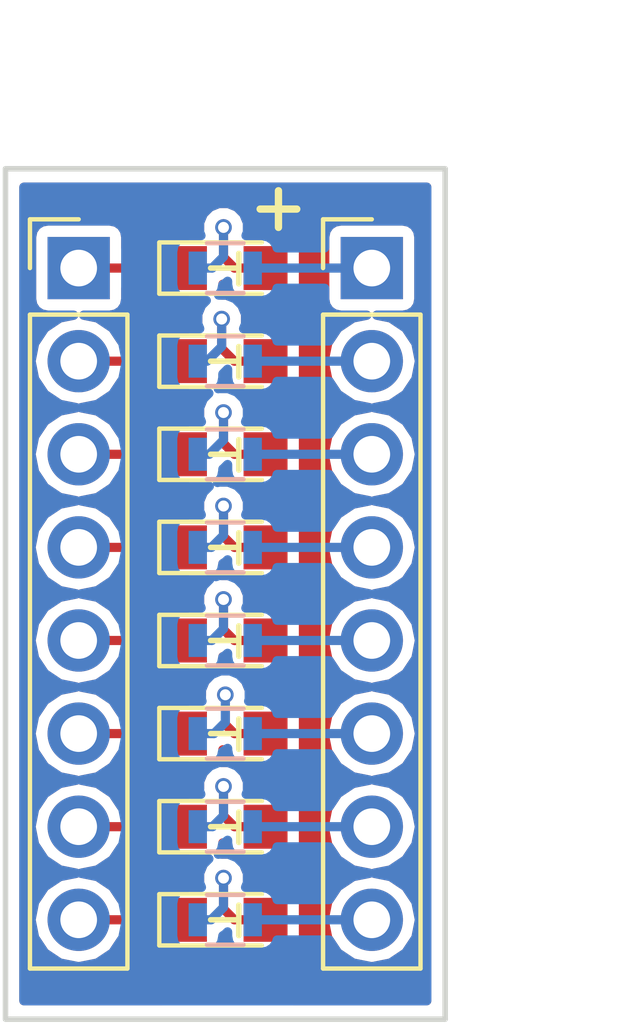
<source format=kicad_pcb>
(kicad_pcb (version 4) (host pcbnew 4.0.7)

  (general
    (links 24)
    (no_connects 0)
    (area 158.450001 106.3 180.2 135.746612)
    (thickness 1.6)
    (drawings 9)
    (tracks 87)
    (zones 0)
    (modules 18)
    (nets 25)
  )

  (page A4)
  (layers
    (0 F.Cu signal)
    (31 B.Cu signal)
    (32 B.Adhes user)
    (33 F.Adhes user)
    (34 B.Paste user)
    (35 F.Paste user)
    (36 B.SilkS user)
    (37 F.SilkS user)
    (38 B.Mask user hide)
    (39 F.Mask user hide)
    (40 Dwgs.User user)
    (41 Cmts.User user)
    (42 Eco1.User user)
    (43 Eco2.User user)
    (44 Edge.Cuts user)
    (45 Margin user)
    (46 B.CrtYd user)
    (47 F.CrtYd user)
    (48 B.Fab user hide)
    (49 F.Fab user hide)
  )

  (setup
    (last_trace_width 0.25)
    (trace_clearance 0.2)
    (zone_clearance 0.3)
    (zone_45_only no)
    (trace_min 0.2)
    (segment_width 0.2)
    (edge_width 0.15)
    (via_size 0.6)
    (via_drill 0.4)
    (via_min_size 0.4)
    (via_min_drill 0.3)
    (user_via 0.453 0.3)
    (uvia_size 0.3)
    (uvia_drill 0.1)
    (uvias_allowed no)
    (uvia_min_size 0.2)
    (uvia_min_drill 0.1)
    (pcb_text_width 0.3)
    (pcb_text_size 1.5 1.5)
    (mod_edge_width 0.15)
    (mod_text_size 0 0)
    (mod_text_width 0)
    (pad_size 1.7 1.7)
    (pad_drill 1)
    (pad_to_mask_clearance 0.2)
    (aux_axis_origin 158.95 110.4)
    (grid_origin 158.95 110.4)
    (visible_elements 7FFFFFFF)
    (pcbplotparams
      (layerselection 0x010fc_80000001)
      (usegerberextensions true)
      (usegerberattributes true)
      (excludeedgelayer true)
      (linewidth 0.100000)
      (plotframeref false)
      (viasonmask false)
      (mode 1)
      (useauxorigin true)
      (hpglpennumber 1)
      (hpglpenspeed 20)
      (hpglpendiameter 15)
      (hpglpenoverlay 2)
      (psnegative false)
      (psa4output false)
      (plotreference true)
      (plotvalue false)
      (plotinvisibletext false)
      (padsonsilk false)
      (subtractmaskfromsilk false)
      (outputformat 1)
      (mirror false)
      (drillshape 0)
      (scaleselection 1)
      (outputdirectory LED_R/))
  )

  (net 0 "")
  (net 1 "Net-(D1-Pad2)")
  (net 2 "Net-(D1-Pad1)")
  (net 3 "Net-(D2-Pad2)")
  (net 4 "Net-(D2-Pad1)")
  (net 5 "Net-(D3-Pad2)")
  (net 6 "Net-(D3-Pad1)")
  (net 7 "Net-(D4-Pad2)")
  (net 8 "Net-(D4-Pad1)")
  (net 9 "Net-(D5-Pad2)")
  (net 10 "Net-(D5-Pad1)")
  (net 11 "Net-(D6-Pad2)")
  (net 12 "Net-(D6-Pad1)")
  (net 13 "Net-(D7-Pad2)")
  (net 14 "Net-(D7-Pad1)")
  (net 15 "Net-(D8-Pad2)")
  (net 16 "Net-(D8-Pad1)")
  (net 17 "Net-(J1-Pad1)")
  (net 18 "Net-(J1-Pad2)")
  (net 19 "Net-(J1-Pad3)")
  (net 20 "Net-(J1-Pad4)")
  (net 21 "Net-(J1-Pad5)")
  (net 22 "Net-(J1-Pad6)")
  (net 23 "Net-(J1-Pad7)")
  (net 24 "Net-(J1-Pad8)")

  (net_class Default "This is the default net class."
    (clearance 0.2)
    (trace_width 0.25)
    (via_dia 0.6)
    (via_drill 0.4)
    (uvia_dia 0.3)
    (uvia_drill 0.1)
    (add_net "Net-(D1-Pad1)")
    (add_net "Net-(D1-Pad2)")
    (add_net "Net-(D2-Pad1)")
    (add_net "Net-(D2-Pad2)")
    (add_net "Net-(D3-Pad1)")
    (add_net "Net-(D3-Pad2)")
    (add_net "Net-(D4-Pad1)")
    (add_net "Net-(D4-Pad2)")
    (add_net "Net-(D5-Pad1)")
    (add_net "Net-(D5-Pad2)")
    (add_net "Net-(D6-Pad1)")
    (add_net "Net-(D6-Pad2)")
    (add_net "Net-(D7-Pad1)")
    (add_net "Net-(D7-Pad2)")
    (add_net "Net-(D8-Pad1)")
    (add_net "Net-(D8-Pad2)")
    (add_net "Net-(J1-Pad1)")
    (add_net "Net-(J1-Pad2)")
    (add_net "Net-(J1-Pad3)")
    (add_net "Net-(J1-Pad4)")
    (add_net "Net-(J1-Pad5)")
    (add_net "Net-(J1-Pad6)")
    (add_net "Net-(J1-Pad7)")
    (add_net "Net-(J1-Pad8)")
  )

  (module MetalPad:LED_0805 (layer F.Cu) (tedit 5A0E6660) (tstamp 5A0B7BF4)
    (at 164.9476 130.8892)
    (descr "LED 0805 smd package")
    (tags "LED led 0805 SMD smd SMT smt smdled SMDLED smtled SMTLED")
    (path /5A0AFBD3)
    (attr smd)
    (fp_text reference D8 (at 1.54385 3.780912) (layer F.SilkS) hide
      (effects (font (size 1 1) (thickness 0.153)))
    )
    (fp_text value LED (at 0 1.55) (layer F.Fab)
      (effects (font (size 1 1) (thickness 0.153)))
    )
    (fp_line (start -0.4 0) (end 0.37 0) (layer F.SilkS) (width 0.15))
    (fp_line (start 0.37 -0.4) (end 0.37 0.43) (layer F.SilkS) (width 0.15))
    (fp_line (start -1.8 -0.7) (end -1.8 0.7) (layer F.SilkS) (width 0.12))
    (fp_line (start -0.4 -0.4) (end -0.4 0.4) (layer F.Fab) (width 0.1))
    (fp_line (start -0.4 0) (end 0.2 -0.4) (layer F.Fab) (width 0.1))
    (fp_line (start 0.2 0.4) (end -0.4 0) (layer F.Fab) (width 0.1))
    (fp_line (start 0.2 -0.4) (end 0.2 0.4) (layer F.Fab) (width 0.1))
    (fp_line (start 1 0.6) (end -1 0.6) (layer F.Fab) (width 0.1))
    (fp_line (start 1 -0.6) (end 1 0.6) (layer F.Fab) (width 0.1))
    (fp_line (start -1 -0.6) (end 1 -0.6) (layer F.Fab) (width 0.1))
    (fp_line (start -1 0.6) (end -1 -0.6) (layer F.Fab) (width 0.1))
    (fp_line (start -1.8 0.7) (end 1 0.7) (layer F.SilkS) (width 0.12))
    (fp_line (start -1.8 -0.7) (end 1 -0.7) (layer F.SilkS) (width 0.12))
    (fp_line (start 1.95 -0.85) (end 1.95 0.85) (layer F.CrtYd) (width 0.05))
    (fp_line (start 1.95 0.85) (end -1.95 0.85) (layer F.CrtYd) (width 0.05))
    (fp_line (start -1.95 0.85) (end -1.95 -0.85) (layer F.CrtYd) (width 0.05))
    (fp_line (start -1.95 -0.85) (end 1.95 -0.85) (layer F.CrtYd) (width 0.05))
    (fp_text user %R (at 0 -1.25) (layer F.Fab)
      (effects (font (size 1 1) (thickness 0.153)))
    )
    (pad 2 smd rect (at 1.1 0 180) (size 1.2 1.2) (layers F.Cu F.Paste F.Mask)
      (net 15 "Net-(D8-Pad2)"))
    (pad 1 smd rect (at -1.1 0 180) (size 1.2 1.2) (layers F.Cu F.Paste F.Mask)
      (net 16 "Net-(D8-Pad1)"))
    (model ${KISYS3DMOD}/LEDs.3dshapes/LED_0805.wrl
      (at (xyz 0 0 0))
      (scale (xyz 1 1 1))
      (rotate (xyz 0 0 180))
    )
  )

  (module MetalPad:LED_0805 (layer F.Cu) (tedit 5A0E665E) (tstamp 5A0B7BDC)
    (at 164.9476 128.3492)
    (descr "LED 0805 smd package")
    (tags "LED led 0805 SMD smd SMT smt smdled SMDLED smtled SMTLED")
    (path /5A0AF89A)
    (attr smd)
    (fp_text reference D7 (at 1.54385 3.780912) (layer F.SilkS) hide
      (effects (font (size 1 1) (thickness 0.153)))
    )
    (fp_text value LED (at 0 1.55) (layer F.Fab)
      (effects (font (size 1 1) (thickness 0.153)))
    )
    (fp_line (start -0.4 0) (end 0.37 0) (layer F.SilkS) (width 0.15))
    (fp_line (start 0.37 -0.4) (end 0.37 0.43) (layer F.SilkS) (width 0.15))
    (fp_line (start -1.8 -0.7) (end -1.8 0.7) (layer F.SilkS) (width 0.12))
    (fp_line (start -0.4 -0.4) (end -0.4 0.4) (layer F.Fab) (width 0.1))
    (fp_line (start -0.4 0) (end 0.2 -0.4) (layer F.Fab) (width 0.1))
    (fp_line (start 0.2 0.4) (end -0.4 0) (layer F.Fab) (width 0.1))
    (fp_line (start 0.2 -0.4) (end 0.2 0.4) (layer F.Fab) (width 0.1))
    (fp_line (start 1 0.6) (end -1 0.6) (layer F.Fab) (width 0.1))
    (fp_line (start 1 -0.6) (end 1 0.6) (layer F.Fab) (width 0.1))
    (fp_line (start -1 -0.6) (end 1 -0.6) (layer F.Fab) (width 0.1))
    (fp_line (start -1 0.6) (end -1 -0.6) (layer F.Fab) (width 0.1))
    (fp_line (start -1.8 0.7) (end 1 0.7) (layer F.SilkS) (width 0.12))
    (fp_line (start -1.8 -0.7) (end 1 -0.7) (layer F.SilkS) (width 0.12))
    (fp_line (start 1.95 -0.85) (end 1.95 0.85) (layer F.CrtYd) (width 0.05))
    (fp_line (start 1.95 0.85) (end -1.95 0.85) (layer F.CrtYd) (width 0.05))
    (fp_line (start -1.95 0.85) (end -1.95 -0.85) (layer F.CrtYd) (width 0.05))
    (fp_line (start -1.95 -0.85) (end 1.95 -0.85) (layer F.CrtYd) (width 0.05))
    (fp_text user %R (at 0 -1.25) (layer F.Fab)
      (effects (font (size 1 1) (thickness 0.153)))
    )
    (pad 2 smd rect (at 1.1 0 180) (size 1.2 1.2) (layers F.Cu F.Paste F.Mask)
      (net 13 "Net-(D7-Pad2)"))
    (pad 1 smd rect (at -1.1 0 180) (size 1.2 1.2) (layers F.Cu F.Paste F.Mask)
      (net 14 "Net-(D7-Pad1)"))
    (model ${KISYS3DMOD}/LEDs.3dshapes/LED_0805.wrl
      (at (xyz 0 0 0))
      (scale (xyz 1 1 1))
      (rotate (xyz 0 0 180))
    )
  )

  (module MetalPad:LED_0805 (layer F.Cu) (tedit 5A0E665B) (tstamp 5A0B7BC4)
    (at 164.9476 125.8092)
    (descr "LED 0805 smd package")
    (tags "LED led 0805 SMD smd SMT smt smdled SMDLED smtled SMTLED")
    (path /5A0AF962)
    (attr smd)
    (fp_text reference D6 (at 1.54385 3.780912) (layer F.SilkS) hide
      (effects (font (size 1 1) (thickness 0.153)))
    )
    (fp_text value LED (at 0 1.55) (layer F.Fab)
      (effects (font (size 1 1) (thickness 0.153)))
    )
    (fp_line (start -0.4 0) (end 0.37 0) (layer F.SilkS) (width 0.15))
    (fp_line (start 0.37 -0.4) (end 0.37 0.43) (layer F.SilkS) (width 0.15))
    (fp_line (start -1.8 -0.7) (end -1.8 0.7) (layer F.SilkS) (width 0.12))
    (fp_line (start -0.4 -0.4) (end -0.4 0.4) (layer F.Fab) (width 0.1))
    (fp_line (start -0.4 0) (end 0.2 -0.4) (layer F.Fab) (width 0.1))
    (fp_line (start 0.2 0.4) (end -0.4 0) (layer F.Fab) (width 0.1))
    (fp_line (start 0.2 -0.4) (end 0.2 0.4) (layer F.Fab) (width 0.1))
    (fp_line (start 1 0.6) (end -1 0.6) (layer F.Fab) (width 0.1))
    (fp_line (start 1 -0.6) (end 1 0.6) (layer F.Fab) (width 0.1))
    (fp_line (start -1 -0.6) (end 1 -0.6) (layer F.Fab) (width 0.1))
    (fp_line (start -1 0.6) (end -1 -0.6) (layer F.Fab) (width 0.1))
    (fp_line (start -1.8 0.7) (end 1 0.7) (layer F.SilkS) (width 0.12))
    (fp_line (start -1.8 -0.7) (end 1 -0.7) (layer F.SilkS) (width 0.12))
    (fp_line (start 1.95 -0.85) (end 1.95 0.85) (layer F.CrtYd) (width 0.05))
    (fp_line (start 1.95 0.85) (end -1.95 0.85) (layer F.CrtYd) (width 0.05))
    (fp_line (start -1.95 0.85) (end -1.95 -0.85) (layer F.CrtYd) (width 0.05))
    (fp_line (start -1.95 -0.85) (end 1.95 -0.85) (layer F.CrtYd) (width 0.05))
    (fp_text user %R (at 0 -1.25) (layer F.Fab)
      (effects (font (size 1 1) (thickness 0.153)))
    )
    (pad 2 smd rect (at 1.1 0 180) (size 1.2 1.2) (layers F.Cu F.Paste F.Mask)
      (net 11 "Net-(D6-Pad2)"))
    (pad 1 smd rect (at -1.1 0 180) (size 1.2 1.2) (layers F.Cu F.Paste F.Mask)
      (net 12 "Net-(D6-Pad1)"))
    (model ${KISYS3DMOD}/LEDs.3dshapes/LED_0805.wrl
      (at (xyz 0 0 0))
      (scale (xyz 1 1 1))
      (rotate (xyz 0 0 180))
    )
  )

  (module MetalPad:LED_0805 (layer F.Cu) (tedit 5A0E6659) (tstamp 5A0B7BAC)
    (at 164.9476 123.2692)
    (descr "LED 0805 smd package")
    (tags "LED led 0805 SMD smd SMT smt smdled SMDLED smtled SMTLED")
    (path /5A0AF9A3)
    (attr smd)
    (fp_text reference D5 (at 1.54385 3.780912) (layer F.SilkS) hide
      (effects (font (size 1 1) (thickness 0.153)))
    )
    (fp_text value LED (at 0 1.55) (layer F.Fab)
      (effects (font (size 1 1) (thickness 0.153)))
    )
    (fp_line (start -0.4 0) (end 0.37 0) (layer F.SilkS) (width 0.15))
    (fp_line (start 0.37 -0.4) (end 0.37 0.43) (layer F.SilkS) (width 0.15))
    (fp_line (start -1.8 -0.7) (end -1.8 0.7) (layer F.SilkS) (width 0.12))
    (fp_line (start -0.4 -0.4) (end -0.4 0.4) (layer F.Fab) (width 0.1))
    (fp_line (start -0.4 0) (end 0.2 -0.4) (layer F.Fab) (width 0.1))
    (fp_line (start 0.2 0.4) (end -0.4 0) (layer F.Fab) (width 0.1))
    (fp_line (start 0.2 -0.4) (end 0.2 0.4) (layer F.Fab) (width 0.1))
    (fp_line (start 1 0.6) (end -1 0.6) (layer F.Fab) (width 0.1))
    (fp_line (start 1 -0.6) (end 1 0.6) (layer F.Fab) (width 0.1))
    (fp_line (start -1 -0.6) (end 1 -0.6) (layer F.Fab) (width 0.1))
    (fp_line (start -1 0.6) (end -1 -0.6) (layer F.Fab) (width 0.1))
    (fp_line (start -1.8 0.7) (end 1 0.7) (layer F.SilkS) (width 0.12))
    (fp_line (start -1.8 -0.7) (end 1 -0.7) (layer F.SilkS) (width 0.12))
    (fp_line (start 1.95 -0.85) (end 1.95 0.85) (layer F.CrtYd) (width 0.05))
    (fp_line (start 1.95 0.85) (end -1.95 0.85) (layer F.CrtYd) (width 0.05))
    (fp_line (start -1.95 0.85) (end -1.95 -0.85) (layer F.CrtYd) (width 0.05))
    (fp_line (start -1.95 -0.85) (end 1.95 -0.85) (layer F.CrtYd) (width 0.05))
    (fp_text user %R (at 0 -1.25) (layer F.Fab)
      (effects (font (size 1 1) (thickness 0.153)))
    )
    (pad 2 smd rect (at 1.1 0 180) (size 1.2 1.2) (layers F.Cu F.Paste F.Mask)
      (net 9 "Net-(D5-Pad2)"))
    (pad 1 smd rect (at -1.1 0 180) (size 1.2 1.2) (layers F.Cu F.Paste F.Mask)
      (net 10 "Net-(D5-Pad1)"))
    (model ${KISYS3DMOD}/LEDs.3dshapes/LED_0805.wrl
      (at (xyz 0 0 0))
      (scale (xyz 1 1 1))
      (rotate (xyz 0 0 180))
    )
  )

  (module MetalPad:LED_0805 (layer F.Cu) (tedit 5A0E6656) (tstamp 5A0B7B94)
    (at 164.9476 120.7292)
    (descr "LED 0805 smd package")
    (tags "LED led 0805 SMD smd SMT smt smdled SMDLED smtled SMTLED")
    (path /5A0AF984)
    (attr smd)
    (fp_text reference D4 (at 1.54385 3.780912) (layer F.SilkS) hide
      (effects (font (size 1 1) (thickness 0.153)))
    )
    (fp_text value LED (at 0 1.55) (layer F.Fab)
      (effects (font (size 1 1) (thickness 0.153)))
    )
    (fp_line (start -0.4 0) (end 0.37 0) (layer F.SilkS) (width 0.15))
    (fp_line (start 0.37 -0.4) (end 0.37 0.43) (layer F.SilkS) (width 0.15))
    (fp_line (start -1.8 -0.7) (end -1.8 0.7) (layer F.SilkS) (width 0.12))
    (fp_line (start -0.4 -0.4) (end -0.4 0.4) (layer F.Fab) (width 0.1))
    (fp_line (start -0.4 0) (end 0.2 -0.4) (layer F.Fab) (width 0.1))
    (fp_line (start 0.2 0.4) (end -0.4 0) (layer F.Fab) (width 0.1))
    (fp_line (start 0.2 -0.4) (end 0.2 0.4) (layer F.Fab) (width 0.1))
    (fp_line (start 1 0.6) (end -1 0.6) (layer F.Fab) (width 0.1))
    (fp_line (start 1 -0.6) (end 1 0.6) (layer F.Fab) (width 0.1))
    (fp_line (start -1 -0.6) (end 1 -0.6) (layer F.Fab) (width 0.1))
    (fp_line (start -1 0.6) (end -1 -0.6) (layer F.Fab) (width 0.1))
    (fp_line (start -1.8 0.7) (end 1 0.7) (layer F.SilkS) (width 0.12))
    (fp_line (start -1.8 -0.7) (end 1 -0.7) (layer F.SilkS) (width 0.12))
    (fp_line (start 1.95 -0.85) (end 1.95 0.85) (layer F.CrtYd) (width 0.05))
    (fp_line (start 1.95 0.85) (end -1.95 0.85) (layer F.CrtYd) (width 0.05))
    (fp_line (start -1.95 0.85) (end -1.95 -0.85) (layer F.CrtYd) (width 0.05))
    (fp_line (start -1.95 -0.85) (end 1.95 -0.85) (layer F.CrtYd) (width 0.05))
    (fp_text user %R (at 0 -1.25) (layer F.Fab)
      (effects (font (size 1 1) (thickness 0.153)))
    )
    (pad 2 smd rect (at 1.1 0 180) (size 1.2 1.2) (layers F.Cu F.Paste F.Mask)
      (net 7 "Net-(D4-Pad2)"))
    (pad 1 smd rect (at -1.1 0 180) (size 1.2 1.2) (layers F.Cu F.Paste F.Mask)
      (net 8 "Net-(D4-Pad1)"))
    (model ${KISYS3DMOD}/LEDs.3dshapes/LED_0805.wrl
      (at (xyz 0 0 0))
      (scale (xyz 1 1 1))
      (rotate (xyz 0 0 180))
    )
  )

  (module MetalPad:LED_0805 (layer F.Cu) (tedit 5A0E6653) (tstamp 5A0B7B7C)
    (at 164.9476 118.1892)
    (descr "LED 0805 smd package")
    (tags "LED led 0805 SMD smd SMT smt smdled SMDLED smtled SMTLED")
    (path /5A0AFAA5)
    (attr smd)
    (fp_text reference D3 (at 1.54385 3.780912) (layer F.SilkS) hide
      (effects (font (size 1 1) (thickness 0.153)))
    )
    (fp_text value LED (at 0 1.55) (layer F.Fab)
      (effects (font (size 1 1) (thickness 0.153)))
    )
    (fp_line (start -0.4 0) (end 0.37 0) (layer F.SilkS) (width 0.15))
    (fp_line (start 0.37 -0.4) (end 0.37 0.43) (layer F.SilkS) (width 0.15))
    (fp_line (start -1.8 -0.7) (end -1.8 0.7) (layer F.SilkS) (width 0.12))
    (fp_line (start -0.4 -0.4) (end -0.4 0.4) (layer F.Fab) (width 0.1))
    (fp_line (start -0.4 0) (end 0.2 -0.4) (layer F.Fab) (width 0.1))
    (fp_line (start 0.2 0.4) (end -0.4 0) (layer F.Fab) (width 0.1))
    (fp_line (start 0.2 -0.4) (end 0.2 0.4) (layer F.Fab) (width 0.1))
    (fp_line (start 1 0.6) (end -1 0.6) (layer F.Fab) (width 0.1))
    (fp_line (start 1 -0.6) (end 1 0.6) (layer F.Fab) (width 0.1))
    (fp_line (start -1 -0.6) (end 1 -0.6) (layer F.Fab) (width 0.1))
    (fp_line (start -1 0.6) (end -1 -0.6) (layer F.Fab) (width 0.1))
    (fp_line (start -1.8 0.7) (end 1 0.7) (layer F.SilkS) (width 0.12))
    (fp_line (start -1.8 -0.7) (end 1 -0.7) (layer F.SilkS) (width 0.12))
    (fp_line (start 1.95 -0.85) (end 1.95 0.85) (layer F.CrtYd) (width 0.05))
    (fp_line (start 1.95 0.85) (end -1.95 0.85) (layer F.CrtYd) (width 0.05))
    (fp_line (start -1.95 0.85) (end -1.95 -0.85) (layer F.CrtYd) (width 0.05))
    (fp_line (start -1.95 -0.85) (end 1.95 -0.85) (layer F.CrtYd) (width 0.05))
    (fp_text user %R (at 0 -1.25) (layer F.Fab)
      (effects (font (size 1 1) (thickness 0.153)))
    )
    (pad 2 smd rect (at 1.1 0 180) (size 1.2 1.2) (layers F.Cu F.Paste F.Mask)
      (net 5 "Net-(D3-Pad2)"))
    (pad 1 smd rect (at -1.1 0 180) (size 1.2 1.2) (layers F.Cu F.Paste F.Mask)
      (net 6 "Net-(D3-Pad1)"))
    (model ${KISYS3DMOD}/LEDs.3dshapes/LED_0805.wrl
      (at (xyz 0 0 0))
      (scale (xyz 1 1 1))
      (rotate (xyz 0 0 180))
    )
  )

  (module MetalPad:LED_0805 (layer F.Cu) (tedit 5A0E664F) (tstamp 5A0B7B64)
    (at 164.9476 115.6492)
    (descr "LED 0805 smd package")
    (tags "LED led 0805 SMD smd SMT smt smdled SMDLED smtled SMTLED")
    (path /5A0AFB70)
    (attr smd)
    (fp_text reference D2 (at 1.54385 3.780912) (layer F.SilkS) hide
      (effects (font (size 1 1) (thickness 0.153)))
    )
    (fp_text value LED (at 0 1.55) (layer F.Fab)
      (effects (font (size 1 1) (thickness 0.153)))
    )
    (fp_line (start -0.4 0) (end 0.37 0) (layer F.SilkS) (width 0.15))
    (fp_line (start 0.37 -0.4) (end 0.37 0.43) (layer F.SilkS) (width 0.15))
    (fp_line (start -1.8 -0.7) (end -1.8 0.7) (layer F.SilkS) (width 0.12))
    (fp_line (start -0.4 -0.4) (end -0.4 0.4) (layer F.Fab) (width 0.1))
    (fp_line (start -0.4 0) (end 0.2 -0.4) (layer F.Fab) (width 0.1))
    (fp_line (start 0.2 0.4) (end -0.4 0) (layer F.Fab) (width 0.1))
    (fp_line (start 0.2 -0.4) (end 0.2 0.4) (layer F.Fab) (width 0.1))
    (fp_line (start 1 0.6) (end -1 0.6) (layer F.Fab) (width 0.1))
    (fp_line (start 1 -0.6) (end 1 0.6) (layer F.Fab) (width 0.1))
    (fp_line (start -1 -0.6) (end 1 -0.6) (layer F.Fab) (width 0.1))
    (fp_line (start -1 0.6) (end -1 -0.6) (layer F.Fab) (width 0.1))
    (fp_line (start -1.8 0.7) (end 1 0.7) (layer F.SilkS) (width 0.12))
    (fp_line (start -1.8 -0.7) (end 1 -0.7) (layer F.SilkS) (width 0.12))
    (fp_line (start 1.95 -0.85) (end 1.95 0.85) (layer F.CrtYd) (width 0.05))
    (fp_line (start 1.95 0.85) (end -1.95 0.85) (layer F.CrtYd) (width 0.05))
    (fp_line (start -1.95 0.85) (end -1.95 -0.85) (layer F.CrtYd) (width 0.05))
    (fp_line (start -1.95 -0.85) (end 1.95 -0.85) (layer F.CrtYd) (width 0.05))
    (fp_text user %R (at 0 -1.25) (layer F.Fab)
      (effects (font (size 1 1) (thickness 0.153)))
    )
    (pad 2 smd rect (at 1.1 0 180) (size 1.2 1.2) (layers F.Cu F.Paste F.Mask)
      (net 3 "Net-(D2-Pad2)"))
    (pad 1 smd rect (at -1.1 0 180) (size 1.2 1.2) (layers F.Cu F.Paste F.Mask)
      (net 4 "Net-(D2-Pad1)"))
    (model ${KISYS3DMOD}/LEDs.3dshapes/LED_0805.wrl
      (at (xyz 0 0 0))
      (scale (xyz 1 1 1))
      (rotate (xyz 0 0 180))
    )
  )

  (module MetalPad:LED_0805 (layer F.Cu) (tedit 5A0E664C) (tstamp 5A0B7B4C)
    (at 164.9476 113.1092)
    (descr "LED 0805 smd package")
    (tags "LED led 0805 SMD smd SMT smt smdled SMDLED smtled SMTLED")
    (path /5A0AFB9A)
    (attr smd)
    (fp_text reference D1 (at 1.54385 3.780912) (layer F.SilkS) hide
      (effects (font (size 1 1) (thickness 0.153)))
    )
    (fp_text value LED (at 0 1.55) (layer F.Fab)
      (effects (font (size 1 1) (thickness 0.153)))
    )
    (fp_line (start -0.4 0) (end 0.37 0) (layer F.SilkS) (width 0.15))
    (fp_line (start 0.37 -0.4) (end 0.37 0.43) (layer F.SilkS) (width 0.15))
    (fp_line (start -1.8 -0.7) (end -1.8 0.7) (layer F.SilkS) (width 0.12))
    (fp_line (start -0.4 -0.4) (end -0.4 0.4) (layer F.Fab) (width 0.1))
    (fp_line (start -0.4 0) (end 0.2 -0.4) (layer F.Fab) (width 0.1))
    (fp_line (start 0.2 0.4) (end -0.4 0) (layer F.Fab) (width 0.1))
    (fp_line (start 0.2 -0.4) (end 0.2 0.4) (layer F.Fab) (width 0.1))
    (fp_line (start 1 0.6) (end -1 0.6) (layer F.Fab) (width 0.1))
    (fp_line (start 1 -0.6) (end 1 0.6) (layer F.Fab) (width 0.1))
    (fp_line (start -1 -0.6) (end 1 -0.6) (layer F.Fab) (width 0.1))
    (fp_line (start -1 0.6) (end -1 -0.6) (layer F.Fab) (width 0.1))
    (fp_line (start -1.8 0.7) (end 1 0.7) (layer F.SilkS) (width 0.12))
    (fp_line (start -1.8 -0.7) (end 1 -0.7) (layer F.SilkS) (width 0.12))
    (fp_line (start 1.95 -0.85) (end 1.95 0.85) (layer F.CrtYd) (width 0.05))
    (fp_line (start 1.95 0.85) (end -1.95 0.85) (layer F.CrtYd) (width 0.05))
    (fp_line (start -1.95 0.85) (end -1.95 -0.85) (layer F.CrtYd) (width 0.05))
    (fp_line (start -1.95 -0.85) (end 1.95 -0.85) (layer F.CrtYd) (width 0.05))
    (fp_text user %R (at 0 -1.25) (layer F.Fab)
      (effects (font (size 1 1) (thickness 0.153)))
    )
    (pad 2 smd rect (at 1.1 0 180) (size 1.2 1.2) (layers F.Cu F.Paste F.Mask)
      (net 1 "Net-(D1-Pad2)"))
    (pad 1 smd rect (at -1.1 0 180) (size 1.2 1.2) (layers F.Cu F.Paste F.Mask)
      (net 2 "Net-(D1-Pad1)"))
    (model ${KISYS3DMOD}/LEDs.3dshapes/LED_0805.wrl
      (at (xyz 0 0 0))
      (scale (xyz 1 1 1))
      (rotate (xyz 0 0 180))
    )
  )

  (module Pin_Headers:Pin_Header_Straight_1x08_Pitch2.54mm locked (layer F.Cu) (tedit 5A0B7F20) (tstamp 5A0B7C00)
    (at 168.9476 113.1092)
    (descr "Through hole straight pin header, 1x08, 2.54mm pitch, single row")
    (tags "Through hole pin header THT 1x08 2.54mm single row")
    (path /5A0B7BD9)
    (fp_text reference J1 (at 0 -2.33) (layer F.SilkS)
      (effects (font (size 0 0) (thickness 0.15)))
    )
    (fp_text value Conn_01x08 (at 0 20.11) (layer F.Fab)
      (effects (font (size 0 0) (thickness 0.15)))
    )
    (fp_line (start -0.635 -1.27) (end 1.27 -1.27) (layer F.Fab) (width 0.1))
    (fp_line (start 1.27 -1.27) (end 1.27 19.05) (layer F.Fab) (width 0.1))
    (fp_line (start 1.27 19.05) (end -1.27 19.05) (layer F.Fab) (width 0.1))
    (fp_line (start -1.27 19.05) (end -1.27 -0.635) (layer F.Fab) (width 0.1))
    (fp_line (start -1.27 -0.635) (end -0.635 -1.27) (layer F.Fab) (width 0.1))
    (fp_line (start -1.33 19.11) (end 1.33 19.11) (layer F.SilkS) (width 0.12))
    (fp_line (start -1.33 1.27) (end -1.33 19.11) (layer F.SilkS) (width 0.12))
    (fp_line (start 1.33 1.27) (end 1.33 19.11) (layer F.SilkS) (width 0.12))
    (fp_line (start -1.33 1.27) (end 1.33 1.27) (layer F.SilkS) (width 0.12))
    (fp_line (start -1.33 0) (end -1.33 -1.33) (layer F.SilkS) (width 0.12))
    (fp_line (start -1.33 -1.33) (end 0 -1.33) (layer F.SilkS) (width 0.12))
    (fp_line (start -1.8 -1.8) (end -1.8 19.55) (layer F.CrtYd) (width 0.05))
    (fp_line (start -1.8 19.55) (end 1.8 19.55) (layer F.CrtYd) (width 0.05))
    (fp_line (start 1.8 19.55) (end 1.8 -1.8) (layer F.CrtYd) (width 0.05))
    (fp_line (start 1.8 -1.8) (end -1.8 -1.8) (layer F.CrtYd) (width 0.05))
    (fp_text user %R (at 0 8.89 90) (layer F.Fab)
      (effects (font (size 0 0) (thickness 0.15)))
    )
    (pad 1 thru_hole rect (at 0 0) (size 1.7 1.7) (drill 1) (layers *.Cu *.Mask)
      (net 17 "Net-(J1-Pad1)"))
    (pad 2 thru_hole oval (at 0 2.54) (size 1.7 1.7) (drill 1) (layers *.Cu *.Mask)
      (net 18 "Net-(J1-Pad2)"))
    (pad 3 thru_hole oval (at 0 5.08) (size 1.7 1.7) (drill 1) (layers *.Cu *.Mask)
      (net 19 "Net-(J1-Pad3)"))
    (pad 4 thru_hole oval (at 0 7.62) (size 1.7 1.7) (drill 1) (layers *.Cu *.Mask)
      (net 20 "Net-(J1-Pad4)"))
    (pad 5 thru_hole oval (at 0 10.16) (size 1.7 1.7) (drill 1) (layers *.Cu *.Mask)
      (net 21 "Net-(J1-Pad5)"))
    (pad 6 thru_hole oval (at 0 12.7) (size 1.7 1.7) (drill 1) (layers *.Cu *.Mask)
      (net 22 "Net-(J1-Pad6)"))
    (pad 7 thru_hole oval (at 0 15.24) (size 1.7 1.7) (drill 1) (layers *.Cu *.Mask)
      (net 23 "Net-(J1-Pad7)"))
    (pad 8 thru_hole oval (at 0 17.78) (size 1.7 1.7) (drill 1) (layers *.Cu *.Mask)
      (net 24 "Net-(J1-Pad8)"))
    (model ${KISYS3DMOD}/Pin_Headers.3dshapes/Pin_Header_Straight_1x08_Pitch2.54mm.wrl
      (at (xyz 0 0 0))
      (scale (xyz 1 1 1))
      (rotate (xyz 0 0 0))
    )
  )

  (module Pin_Headers:Pin_Header_Straight_1x08_Pitch2.54mm (layer F.Cu) (tedit 5A0BF0E8) (tstamp 5A0B7C0C)
    (at 160.9476 113.1092)
    (descr "Through hole straight pin header, 1x08, 2.54mm pitch, single row")
    (tags "Through hole pin header THT 1x08 2.54mm single row")
    (path /5A0AFC63)
    (fp_text reference J2 (at 0 -2.33) (layer F.SilkS)
      (effects (font (size 0 0) (thickness 0.15)))
    )
    (fp_text value Conn_01x08 (at 0 20.11) (layer F.Fab)
      (effects (font (size 0 0) (thickness 0.15)))
    )
    (fp_line (start -0.635 -1.27) (end 1.27 -1.27) (layer F.Fab) (width 0.1))
    (fp_line (start 1.27 -1.27) (end 1.27 19.05) (layer F.Fab) (width 0.1))
    (fp_line (start 1.27 19.05) (end -1.27 19.05) (layer F.Fab) (width 0.1))
    (fp_line (start -1.27 19.05) (end -1.27 -0.635) (layer F.Fab) (width 0.1))
    (fp_line (start -1.27 -0.635) (end -0.635 -1.27) (layer F.Fab) (width 0.1))
    (fp_line (start -1.33 19.11) (end 1.33 19.11) (layer F.SilkS) (width 0.12))
    (fp_line (start -1.33 1.27) (end -1.33 19.11) (layer F.SilkS) (width 0.12))
    (fp_line (start 1.33 1.27) (end 1.33 19.11) (layer F.SilkS) (width 0.12))
    (fp_line (start -1.33 1.27) (end 1.33 1.27) (layer F.SilkS) (width 0.12))
    (fp_line (start -1.33 0) (end -1.33 -1.33) (layer F.SilkS) (width 0.12))
    (fp_line (start -1.33 -1.33) (end 0 -1.33) (layer F.SilkS) (width 0.12))
    (fp_line (start -1.8 -1.8) (end -1.8 19.55) (layer F.CrtYd) (width 0.05))
    (fp_line (start -1.8 19.55) (end 1.8 19.55) (layer F.CrtYd) (width 0.05))
    (fp_line (start 1.8 19.55) (end 1.8 -1.8) (layer F.CrtYd) (width 0.05))
    (fp_line (start 1.8 -1.8) (end -1.8 -1.8) (layer F.CrtYd) (width 0.05))
    (fp_text user %R (at 0 8.89 90) (layer F.Fab)
      (effects (font (size 0 0) (thickness 0.15)))
    )
    (pad 1 thru_hole rect (at 0 0) (size 1.7 1.7) (drill 1) (layers *.Cu *.Mask)
      (net 2 "Net-(D1-Pad1)"))
    (pad 2 thru_hole oval (at 0 2.54) (size 1.7 1.7) (drill 1) (layers *.Cu *.Mask)
      (net 4 "Net-(D2-Pad1)"))
    (pad 3 thru_hole oval (at 0 5.08) (size 1.7 1.7) (drill 1) (layers *.Cu *.Mask)
      (net 6 "Net-(D3-Pad1)"))
    (pad 4 thru_hole oval (at 0 7.62) (size 1.7 1.7) (drill 1) (layers *.Cu *.Mask)
      (net 8 "Net-(D4-Pad1)"))
    (pad 5 thru_hole oval (at 0 10.16) (size 1.7 1.7) (drill 1) (layers *.Cu *.Mask)
      (net 10 "Net-(D5-Pad1)"))
    (pad 6 thru_hole oval (at 0 12.7) (size 1.7 1.7) (drill 1) (layers *.Cu *.Mask)
      (net 12 "Net-(D6-Pad1)"))
    (pad 7 thru_hole oval (at 0 15.24) (size 1.7 1.7) (drill 1) (layers *.Cu *.Mask)
      (net 14 "Net-(D7-Pad1)"))
    (pad 8 thru_hole oval (at 0 17.78) (size 1.7 1.7) (drill 1) (layers *.Cu *.Mask)
      (net 16 "Net-(D8-Pad1)"))
    (model ${KISYS3DMOD}/Pin_Headers.3dshapes/Pin_Header_Straight_1x08_Pitch2.54mm.wrl
      (at (xyz 0 0 0))
      (scale (xyz 1 1 1))
      (rotate (xyz 0 0 0))
    )
  )

  (module Resistors_SMD:R_0603 (layer B.Cu) (tedit 58E0A804) (tstamp 5A0B7C12)
    (at 164.9476 113.1092)
    (descr "Resistor SMD 0603, reflow soldering, Vishay (see dcrcw.pdf)")
    (tags "resistor 0603")
    (path /5A0B03BB)
    (attr smd)
    (fp_text reference R1 (at 0 1.45) (layer B.SilkS)
      (effects (font (size 0 0) (thickness 0.15)) (justify mirror))
    )
    (fp_text value R (at 0 -1.5) (layer B.Fab)
      (effects (font (size 0 0) (thickness 0.15)) (justify mirror))
    )
    (fp_text user %R (at 0 0) (layer B.Fab)
      (effects (font (size 0 0) (thickness 0.15)) (justify mirror))
    )
    (fp_line (start -0.8 -0.4) (end -0.8 0.4) (layer B.Fab) (width 0.1))
    (fp_line (start 0.8 -0.4) (end -0.8 -0.4) (layer B.Fab) (width 0.1))
    (fp_line (start 0.8 0.4) (end 0.8 -0.4) (layer B.Fab) (width 0.1))
    (fp_line (start -0.8 0.4) (end 0.8 0.4) (layer B.Fab) (width 0.1))
    (fp_line (start 0.5 -0.68) (end -0.5 -0.68) (layer B.SilkS) (width 0.12))
    (fp_line (start -0.5 0.68) (end 0.5 0.68) (layer B.SilkS) (width 0.12))
    (fp_line (start -1.25 0.7) (end 1.25 0.7) (layer B.CrtYd) (width 0.05))
    (fp_line (start -1.25 0.7) (end -1.25 -0.7) (layer B.CrtYd) (width 0.05))
    (fp_line (start 1.25 -0.7) (end 1.25 0.7) (layer B.CrtYd) (width 0.05))
    (fp_line (start 1.25 -0.7) (end -1.25 -0.7) (layer B.CrtYd) (width 0.05))
    (pad 1 smd rect (at -0.75 0) (size 0.5 0.9) (layers B.Cu B.Paste B.Mask)
      (net 1 "Net-(D1-Pad2)"))
    (pad 2 smd rect (at 0.75 0) (size 0.5 0.9) (layers B.Cu B.Paste B.Mask)
      (net 17 "Net-(J1-Pad1)"))
    (model ${KISYS3DMOD}/Resistors_SMD.3dshapes/R_0603.wrl
      (at (xyz 0 0 0))
      (scale (xyz 1 1 1))
      (rotate (xyz 0 0 0))
    )
  )

  (module Resistors_SMD:R_0603 (layer B.Cu) (tedit 58E0A804) (tstamp 5A0B7C18)
    (at 164.9476 115.6492)
    (descr "Resistor SMD 0603, reflow soldering, Vishay (see dcrcw.pdf)")
    (tags "resistor 0603")
    (path /5A0B0419)
    (attr smd)
    (fp_text reference R2 (at 0 1.45) (layer B.SilkS)
      (effects (font (size 0 0) (thickness 0.15)) (justify mirror))
    )
    (fp_text value R (at 0 -1.5) (layer B.Fab)
      (effects (font (size 0 0) (thickness 0.15)) (justify mirror))
    )
    (fp_text user %R (at 0 0) (layer B.Fab)
      (effects (font (size 0 0) (thickness 0.15)) (justify mirror))
    )
    (fp_line (start -0.8 -0.4) (end -0.8 0.4) (layer B.Fab) (width 0.1))
    (fp_line (start 0.8 -0.4) (end -0.8 -0.4) (layer B.Fab) (width 0.1))
    (fp_line (start 0.8 0.4) (end 0.8 -0.4) (layer B.Fab) (width 0.1))
    (fp_line (start -0.8 0.4) (end 0.8 0.4) (layer B.Fab) (width 0.1))
    (fp_line (start 0.5 -0.68) (end -0.5 -0.68) (layer B.SilkS) (width 0.12))
    (fp_line (start -0.5 0.68) (end 0.5 0.68) (layer B.SilkS) (width 0.12))
    (fp_line (start -1.25 0.7) (end 1.25 0.7) (layer B.CrtYd) (width 0.05))
    (fp_line (start -1.25 0.7) (end -1.25 -0.7) (layer B.CrtYd) (width 0.05))
    (fp_line (start 1.25 -0.7) (end 1.25 0.7) (layer B.CrtYd) (width 0.05))
    (fp_line (start 1.25 -0.7) (end -1.25 -0.7) (layer B.CrtYd) (width 0.05))
    (pad 1 smd rect (at -0.75 0) (size 0.5 0.9) (layers B.Cu B.Paste B.Mask)
      (net 3 "Net-(D2-Pad2)"))
    (pad 2 smd rect (at 0.75 0) (size 0.5 0.9) (layers B.Cu B.Paste B.Mask)
      (net 18 "Net-(J1-Pad2)"))
    (model ${KISYS3DMOD}/Resistors_SMD.3dshapes/R_0603.wrl
      (at (xyz 0 0 0))
      (scale (xyz 1 1 1))
      (rotate (xyz 0 0 0))
    )
  )

  (module Resistors_SMD:R_0603 (layer B.Cu) (tedit 58E0A804) (tstamp 5A0B7C1E)
    (at 164.9476 118.1892)
    (descr "Resistor SMD 0603, reflow soldering, Vishay (see dcrcw.pdf)")
    (tags "resistor 0603")
    (path /5A0B0451)
    (attr smd)
    (fp_text reference R3 (at 0 1.45) (layer B.SilkS)
      (effects (font (size 0 0) (thickness 0.15)) (justify mirror))
    )
    (fp_text value R (at 0 -1.5) (layer B.Fab)
      (effects (font (size 0 0) (thickness 0.15)) (justify mirror))
    )
    (fp_text user %R (at 0 0) (layer B.Fab)
      (effects (font (size 0 0) (thickness 0.15)) (justify mirror))
    )
    (fp_line (start -0.8 -0.4) (end -0.8 0.4) (layer B.Fab) (width 0.1))
    (fp_line (start 0.8 -0.4) (end -0.8 -0.4) (layer B.Fab) (width 0.1))
    (fp_line (start 0.8 0.4) (end 0.8 -0.4) (layer B.Fab) (width 0.1))
    (fp_line (start -0.8 0.4) (end 0.8 0.4) (layer B.Fab) (width 0.1))
    (fp_line (start 0.5 -0.68) (end -0.5 -0.68) (layer B.SilkS) (width 0.12))
    (fp_line (start -0.5 0.68) (end 0.5 0.68) (layer B.SilkS) (width 0.12))
    (fp_line (start -1.25 0.7) (end 1.25 0.7) (layer B.CrtYd) (width 0.05))
    (fp_line (start -1.25 0.7) (end -1.25 -0.7) (layer B.CrtYd) (width 0.05))
    (fp_line (start 1.25 -0.7) (end 1.25 0.7) (layer B.CrtYd) (width 0.05))
    (fp_line (start 1.25 -0.7) (end -1.25 -0.7) (layer B.CrtYd) (width 0.05))
    (pad 1 smd rect (at -0.75 0) (size 0.5 0.9) (layers B.Cu B.Paste B.Mask)
      (net 5 "Net-(D3-Pad2)"))
    (pad 2 smd rect (at 0.75 0) (size 0.5 0.9) (layers B.Cu B.Paste B.Mask)
      (net 19 "Net-(J1-Pad3)"))
    (model ${KISYS3DMOD}/Resistors_SMD.3dshapes/R_0603.wrl
      (at (xyz 0 0 0))
      (scale (xyz 1 1 1))
      (rotate (xyz 0 0 0))
    )
  )

  (module Resistors_SMD:R_0603 (layer B.Cu) (tedit 58E0A804) (tstamp 5A0B7C24)
    (at 164.9476 120.7292)
    (descr "Resistor SMD 0603, reflow soldering, Vishay (see dcrcw.pdf)")
    (tags "resistor 0603")
    (path /5A0B0488)
    (attr smd)
    (fp_text reference R4 (at 0 1.45) (layer B.SilkS)
      (effects (font (size 0 0) (thickness 0.15)) (justify mirror))
    )
    (fp_text value R (at 0 -1.5) (layer B.Fab)
      (effects (font (size 0 0) (thickness 0.15)) (justify mirror))
    )
    (fp_text user %R (at 0 0) (layer B.Fab)
      (effects (font (size 0 0) (thickness 0.15)) (justify mirror))
    )
    (fp_line (start -0.8 -0.4) (end -0.8 0.4) (layer B.Fab) (width 0.1))
    (fp_line (start 0.8 -0.4) (end -0.8 -0.4) (layer B.Fab) (width 0.1))
    (fp_line (start 0.8 0.4) (end 0.8 -0.4) (layer B.Fab) (width 0.1))
    (fp_line (start -0.8 0.4) (end 0.8 0.4) (layer B.Fab) (width 0.1))
    (fp_line (start 0.5 -0.68) (end -0.5 -0.68) (layer B.SilkS) (width 0.12))
    (fp_line (start -0.5 0.68) (end 0.5 0.68) (layer B.SilkS) (width 0.12))
    (fp_line (start -1.25 0.7) (end 1.25 0.7) (layer B.CrtYd) (width 0.05))
    (fp_line (start -1.25 0.7) (end -1.25 -0.7) (layer B.CrtYd) (width 0.05))
    (fp_line (start 1.25 -0.7) (end 1.25 0.7) (layer B.CrtYd) (width 0.05))
    (fp_line (start 1.25 -0.7) (end -1.25 -0.7) (layer B.CrtYd) (width 0.05))
    (pad 1 smd rect (at -0.75 0) (size 0.5 0.9) (layers B.Cu B.Paste B.Mask)
      (net 7 "Net-(D4-Pad2)"))
    (pad 2 smd rect (at 0.75 0) (size 0.5 0.9) (layers B.Cu B.Paste B.Mask)
      (net 20 "Net-(J1-Pad4)"))
    (model ${KISYS3DMOD}/Resistors_SMD.3dshapes/R_0603.wrl
      (at (xyz 0 0 0))
      (scale (xyz 1 1 1))
      (rotate (xyz 0 0 0))
    )
  )

  (module Resistors_SMD:R_0603 (layer B.Cu) (tedit 58E0A804) (tstamp 5A0B7C2A)
    (at 164.9476 123.2692)
    (descr "Resistor SMD 0603, reflow soldering, Vishay (see dcrcw.pdf)")
    (tags "resistor 0603")
    (path /5A0B04C6)
    (attr smd)
    (fp_text reference R5 (at 0 1.45) (layer B.SilkS)
      (effects (font (size 0 0) (thickness 0.15)) (justify mirror))
    )
    (fp_text value R (at 0 -1.5) (layer B.Fab)
      (effects (font (size 0 0) (thickness 0.15)) (justify mirror))
    )
    (fp_text user %R (at 0 0) (layer B.Fab)
      (effects (font (size 0 0) (thickness 0.15)) (justify mirror))
    )
    (fp_line (start -0.8 -0.4) (end -0.8 0.4) (layer B.Fab) (width 0.1))
    (fp_line (start 0.8 -0.4) (end -0.8 -0.4) (layer B.Fab) (width 0.1))
    (fp_line (start 0.8 0.4) (end 0.8 -0.4) (layer B.Fab) (width 0.1))
    (fp_line (start -0.8 0.4) (end 0.8 0.4) (layer B.Fab) (width 0.1))
    (fp_line (start 0.5 -0.68) (end -0.5 -0.68) (layer B.SilkS) (width 0.12))
    (fp_line (start -0.5 0.68) (end 0.5 0.68) (layer B.SilkS) (width 0.12))
    (fp_line (start -1.25 0.7) (end 1.25 0.7) (layer B.CrtYd) (width 0.05))
    (fp_line (start -1.25 0.7) (end -1.25 -0.7) (layer B.CrtYd) (width 0.05))
    (fp_line (start 1.25 -0.7) (end 1.25 0.7) (layer B.CrtYd) (width 0.05))
    (fp_line (start 1.25 -0.7) (end -1.25 -0.7) (layer B.CrtYd) (width 0.05))
    (pad 1 smd rect (at -0.75 0) (size 0.5 0.9) (layers B.Cu B.Paste B.Mask)
      (net 9 "Net-(D5-Pad2)"))
    (pad 2 smd rect (at 0.75 0) (size 0.5 0.9) (layers B.Cu B.Paste B.Mask)
      (net 21 "Net-(J1-Pad5)"))
    (model ${KISYS3DMOD}/Resistors_SMD.3dshapes/R_0603.wrl
      (at (xyz 0 0 0))
      (scale (xyz 1 1 1))
      (rotate (xyz 0 0 0))
    )
  )

  (module Resistors_SMD:R_0603 (layer B.Cu) (tedit 58E0A804) (tstamp 5A0B7C30)
    (at 164.9476 125.8092)
    (descr "Resistor SMD 0603, reflow soldering, Vishay (see dcrcw.pdf)")
    (tags "resistor 0603")
    (path /5A0B0503)
    (attr smd)
    (fp_text reference R6 (at 0 1.45) (layer B.SilkS)
      (effects (font (size 0 0) (thickness 0.15)) (justify mirror))
    )
    (fp_text value R (at 0 -1.5) (layer B.Fab)
      (effects (font (size 0 0) (thickness 0.15)) (justify mirror))
    )
    (fp_text user %R (at 0 0) (layer B.Fab)
      (effects (font (size 0 0) (thickness 0.15)) (justify mirror))
    )
    (fp_line (start -0.8 -0.4) (end -0.8 0.4) (layer B.Fab) (width 0.1))
    (fp_line (start 0.8 -0.4) (end -0.8 -0.4) (layer B.Fab) (width 0.1))
    (fp_line (start 0.8 0.4) (end 0.8 -0.4) (layer B.Fab) (width 0.1))
    (fp_line (start -0.8 0.4) (end 0.8 0.4) (layer B.Fab) (width 0.1))
    (fp_line (start 0.5 -0.68) (end -0.5 -0.68) (layer B.SilkS) (width 0.12))
    (fp_line (start -0.5 0.68) (end 0.5 0.68) (layer B.SilkS) (width 0.12))
    (fp_line (start -1.25 0.7) (end 1.25 0.7) (layer B.CrtYd) (width 0.05))
    (fp_line (start -1.25 0.7) (end -1.25 -0.7) (layer B.CrtYd) (width 0.05))
    (fp_line (start 1.25 -0.7) (end 1.25 0.7) (layer B.CrtYd) (width 0.05))
    (fp_line (start 1.25 -0.7) (end -1.25 -0.7) (layer B.CrtYd) (width 0.05))
    (pad 1 smd rect (at -0.75 0) (size 0.5 0.9) (layers B.Cu B.Paste B.Mask)
      (net 11 "Net-(D6-Pad2)"))
    (pad 2 smd rect (at 0.75 0) (size 0.5 0.9) (layers B.Cu B.Paste B.Mask)
      (net 22 "Net-(J1-Pad6)"))
    (model ${KISYS3DMOD}/Resistors_SMD.3dshapes/R_0603.wrl
      (at (xyz 0 0 0))
      (scale (xyz 1 1 1))
      (rotate (xyz 0 0 0))
    )
  )

  (module Resistors_SMD:R_0603 (layer B.Cu) (tedit 58E0A804) (tstamp 5A0B7C36)
    (at 164.9476 128.3492)
    (descr "Resistor SMD 0603, reflow soldering, Vishay (see dcrcw.pdf)")
    (tags "resistor 0603")
    (path /5A0B0543)
    (attr smd)
    (fp_text reference R7 (at 0 1.45) (layer B.SilkS)
      (effects (font (size 0 0) (thickness 0.15)) (justify mirror))
    )
    (fp_text value R (at 0 -1.5) (layer B.Fab)
      (effects (font (size 0 0) (thickness 0.15)) (justify mirror))
    )
    (fp_text user %R (at 0 0) (layer B.Fab)
      (effects (font (size 0 0) (thickness 0.15)) (justify mirror))
    )
    (fp_line (start -0.8 -0.4) (end -0.8 0.4) (layer B.Fab) (width 0.1))
    (fp_line (start 0.8 -0.4) (end -0.8 -0.4) (layer B.Fab) (width 0.1))
    (fp_line (start 0.8 0.4) (end 0.8 -0.4) (layer B.Fab) (width 0.1))
    (fp_line (start -0.8 0.4) (end 0.8 0.4) (layer B.Fab) (width 0.1))
    (fp_line (start 0.5 -0.68) (end -0.5 -0.68) (layer B.SilkS) (width 0.12))
    (fp_line (start -0.5 0.68) (end 0.5 0.68) (layer B.SilkS) (width 0.12))
    (fp_line (start -1.25 0.7) (end 1.25 0.7) (layer B.CrtYd) (width 0.05))
    (fp_line (start -1.25 0.7) (end -1.25 -0.7) (layer B.CrtYd) (width 0.05))
    (fp_line (start 1.25 -0.7) (end 1.25 0.7) (layer B.CrtYd) (width 0.05))
    (fp_line (start 1.25 -0.7) (end -1.25 -0.7) (layer B.CrtYd) (width 0.05))
    (pad 1 smd rect (at -0.75 0) (size 0.5 0.9) (layers B.Cu B.Paste B.Mask)
      (net 13 "Net-(D7-Pad2)"))
    (pad 2 smd rect (at 0.75 0) (size 0.5 0.9) (layers B.Cu B.Paste B.Mask)
      (net 23 "Net-(J1-Pad7)"))
    (model ${KISYS3DMOD}/Resistors_SMD.3dshapes/R_0603.wrl
      (at (xyz 0 0 0))
      (scale (xyz 1 1 1))
      (rotate (xyz 0 0 0))
    )
  )

  (module Resistors_SMD:R_0603 (layer B.Cu) (tedit 58E0A804) (tstamp 5A0B7C3C)
    (at 164.9476 130.8892)
    (descr "Resistor SMD 0603, reflow soldering, Vishay (see dcrcw.pdf)")
    (tags "resistor 0603")
    (path /5A0B0586)
    (attr smd)
    (fp_text reference R8 (at 0 1.45) (layer B.SilkS)
      (effects (font (size 0 0) (thickness 0.15)) (justify mirror))
    )
    (fp_text value R (at 0 -1.5) (layer B.Fab)
      (effects (font (size 0 0) (thickness 0.15)) (justify mirror))
    )
    (fp_text user %R (at 0 0) (layer B.Fab)
      (effects (font (size 0 0) (thickness 0.15)) (justify mirror))
    )
    (fp_line (start -0.8 -0.4) (end -0.8 0.4) (layer B.Fab) (width 0.1))
    (fp_line (start 0.8 -0.4) (end -0.8 -0.4) (layer B.Fab) (width 0.1))
    (fp_line (start 0.8 0.4) (end 0.8 -0.4) (layer B.Fab) (width 0.1))
    (fp_line (start -0.8 0.4) (end 0.8 0.4) (layer B.Fab) (width 0.1))
    (fp_line (start 0.5 -0.68) (end -0.5 -0.68) (layer B.SilkS) (width 0.12))
    (fp_line (start -0.5 0.68) (end 0.5 0.68) (layer B.SilkS) (width 0.12))
    (fp_line (start -1.25 0.7) (end 1.25 0.7) (layer B.CrtYd) (width 0.05))
    (fp_line (start -1.25 0.7) (end -1.25 -0.7) (layer B.CrtYd) (width 0.05))
    (fp_line (start 1.25 -0.7) (end 1.25 0.7) (layer B.CrtYd) (width 0.05))
    (fp_line (start 1.25 -0.7) (end -1.25 -0.7) (layer B.CrtYd) (width 0.05))
    (pad 1 smd rect (at -0.75 0) (size 0.5 0.9) (layers B.Cu B.Paste B.Mask)
      (net 15 "Net-(D8-Pad2)"))
    (pad 2 smd rect (at 0.75 0) (size 0.5 0.9) (layers B.Cu B.Paste B.Mask)
      (net 24 "Net-(J1-Pad8)"))
    (model ${KISYS3DMOD}/Resistors_SMD.3dshapes/R_0603.wrl
      (at (xyz 0 0 0))
      (scale (xyz 1 1 1))
      (rotate (xyz 0 0 0))
    )
  )

  (dimension 23.2 (width 0.3) (layer Eco1.User)
    (gr_text "23.200 mm" (at 173.7 122 270) (layer Eco1.User)
      (effects (font (size 1.5 1.5) (thickness 0.3)))
    )
    (feature1 (pts (xy 170.95 133.6) (xy 175.05 133.6)))
    (feature2 (pts (xy 170.95 110.4) (xy 175.05 110.4)))
    (crossbar (pts (xy 172.35 110.4) (xy 172.35 133.6)))
    (arrow1a (pts (xy 172.35 133.6) (xy 171.763579 132.473496)))
    (arrow1b (pts (xy 172.35 133.6) (xy 172.936421 132.473496)))
    (arrow2a (pts (xy 172.35 110.4) (xy 171.763579 111.526504)))
    (arrow2b (pts (xy 172.35 110.4) (xy 172.936421 111.526504)))
  )
  (dimension 12 (width 0.3) (layer Eco1.User)
    (gr_text "12.000 mm" (at 164.95 107.65) (layer Eco1.User)
      (effects (font (size 1.5 1.5) (thickness 0.3)))
    )
    (feature1 (pts (xy 170.95 110.4) (xy 170.95 106.3)))
    (feature2 (pts (xy 158.95 110.4) (xy 158.95 106.3)))
    (crossbar (pts (xy 158.95 109) (xy 170.95 109)))
    (arrow1a (pts (xy 170.95 109) (xy 169.823496 109.586421)))
    (arrow1b (pts (xy 170.95 109) (xy 169.823496 108.413579)))
    (arrow2a (pts (xy 158.95 109) (xy 160.076504 109.586421)))
    (arrow2b (pts (xy 158.95 109) (xy 160.076504 108.413579)))
  )
  (gr_text V.01 (at 165.02 132.59) (layer F.Cu)
    (effects (font (size 0.85 0.85) (thickness 0.2125)))
  )
  (gr_line (start 166.9 111.5) (end 165.9 111.5) (layer F.SilkS) (width 0.2) (tstamp 5A0BF816))
  (gr_line (start 166.4 112) (end 166.4 111) (layer F.SilkS) (width 0.2))
  (gr_line (start 158.95 133.6) (end 158.95 110.4) (layer Edge.Cuts) (width 0.15))
  (gr_line (start 170.95 133.6) (end 158.95 133.6) (layer Edge.Cuts) (width 0.15))
  (gr_line (start 170.95 110.4) (end 170.95 133.6) (layer Edge.Cuts) (width 0.15))
  (gr_line (start 158.95 110.4) (end 170.95 110.4) (layer Edge.Cuts) (width 0.15))

  (segment (start 164.1976 113.1092) (end 164.5908 113.1092) (width 0.25) (layer B.Cu) (net 1))
  (segment (start 164.5908 113.1092) (end 164.9 112.8) (width 0.25) (layer B.Cu) (net 1))
  (segment (start 164.9 112.8) (end 164.9 112.000006) (width 0.25) (layer B.Cu) (net 1))
  (segment (start 164.9 112.320325) (end 164.9 112.000006) (width 0.25) (layer F.Cu) (net 1))
  (segment (start 165.1976 113.1092) (end 164.9 112.8116) (width 0.25) (layer F.Cu) (net 1))
  (segment (start 166.0476 113.1092) (end 165.1976 113.1092) (width 0.25) (layer F.Cu) (net 1))
  (segment (start 164.9 112.8116) (end 164.9 112.320325) (width 0.25) (layer F.Cu) (net 1))
  (via (at 164.9 112.000006) (size 0.453) (drill 0.3) (layers F.Cu B.Cu) (net 1))
  (segment (start 160.9476 113.1092) (end 163.8476 113.1092) (width 0.25) (layer F.Cu) (net 2))
  (segment (start 164.1976 115.6492) (end 164.4508 115.6492) (width 0.25) (layer B.Cu) (net 3))
  (segment (start 164.4508 115.6492) (end 164.85 115.25) (width 0.25) (layer B.Cu) (net 3))
  (segment (start 164.85 115.25) (end 164.85 114.5) (width 0.25) (layer B.Cu) (net 3))
  (segment (start 164.85 114.820319) (end 164.85 114.5) (width 0.25) (layer F.Cu) (net 3))
  (segment (start 164.85 115.3016) (end 164.85 114.820319) (width 0.25) (layer F.Cu) (net 3))
  (segment (start 165.1976 115.6492) (end 164.85 115.3016) (width 0.25) (layer F.Cu) (net 3))
  (segment (start 166.0476 115.6492) (end 165.1976 115.6492) (width 0.25) (layer F.Cu) (net 3))
  (via (at 164.85 114.5) (size 0.453) (drill 0.3) (layers F.Cu B.Cu) (net 3))
  (segment (start 163.8476 115.6492) (end 160.9476 115.6492) (width 0.25) (layer F.Cu) (net 4))
  (segment (start 164.1976 118.1892) (end 164.5108 118.1892) (width 0.25) (layer B.Cu) (net 5))
  (segment (start 164.5108 118.1892) (end 164.9 117.8) (width 0.25) (layer B.Cu) (net 5))
  (segment (start 164.9 117.8) (end 164.9 117.05) (width 0.25) (layer B.Cu) (net 5))
  (segment (start 165.1976 118.1892) (end 164.9 117.8916) (width 0.25) (layer F.Cu) (net 5))
  (segment (start 166.0476 118.1892) (end 165.1976 118.1892) (width 0.25) (layer F.Cu) (net 5))
  (segment (start 164.9 117.8916) (end 164.9 117.370319) (width 0.25) (layer F.Cu) (net 5))
  (segment (start 164.9 117.370319) (end 164.9 117.05) (width 0.25) (layer F.Cu) (net 5))
  (via (at 164.9 117.05) (size 0.453) (drill 0.3) (layers F.Cu B.Cu) (net 5))
  (segment (start 161.149681 118.1892) (end 163.8476 118.1892) (width 0.25) (layer F.Cu) (net 6) (status 30))
  (segment (start 164.1976 120.7292) (end 164.5708 120.7292) (width 0.25) (layer B.Cu) (net 7))
  (segment (start 164.5708 120.7292) (end 164.9 120.4) (width 0.25) (layer B.Cu) (net 7))
  (segment (start 164.9 120.4) (end 164.9 119.600002) (width 0.25) (layer B.Cu) (net 7))
  (segment (start 164.9 120.4316) (end 164.9 119.920321) (width 0.25) (layer F.Cu) (net 7))
  (segment (start 166.0476 120.7292) (end 165.1976 120.7292) (width 0.25) (layer F.Cu) (net 7))
  (segment (start 164.9 119.920321) (end 164.9 119.600002) (width 0.25) (layer F.Cu) (net 7))
  (segment (start 165.1976 120.7292) (end 164.9 120.4316) (width 0.25) (layer F.Cu) (net 7))
  (via (at 164.9 119.600002) (size 0.453) (drill 0.3) (layers F.Cu B.Cu) (net 7))
  (segment (start 163.8476 120.7292) (end 162.9976 120.7292) (width 0.25) (layer F.Cu) (net 8))
  (segment (start 162.9976 120.7292) (end 160.9476 120.7292) (width 0.25) (layer F.Cu) (net 8))
  (segment (start 164.1976 123.2692) (end 164.5808 123.2692) (width 0.25) (layer B.Cu) (net 9))
  (segment (start 164.5808 123.2692) (end 164.9 122.95) (width 0.25) (layer B.Cu) (net 9))
  (segment (start 164.9 122.95) (end 164.9 122.150006) (width 0.25) (layer B.Cu) (net 9))
  (segment (start 164.9 122.9716) (end 164.9 122.470325) (width 0.25) (layer F.Cu) (net 9))
  (segment (start 165.1976 123.2692) (end 164.9 122.9716) (width 0.25) (layer F.Cu) (net 9))
  (segment (start 166.0476 123.2692) (end 165.1976 123.2692) (width 0.25) (layer F.Cu) (net 9))
  (segment (start 164.9 122.470325) (end 164.9 122.150006) (width 0.25) (layer F.Cu) (net 9))
  (via (at 164.9 122.150006) (size 0.453) (drill 0.3) (layers F.Cu B.Cu) (net 9))
  (segment (start 163.8476 123.2692) (end 160.9476 123.2692) (width 0.25) (layer F.Cu) (net 10))
  (segment (start 164.1976 125.8092) (end 164.6408 125.8092) (width 0.25) (layer B.Cu) (net 11))
  (segment (start 164.6408 125.8092) (end 164.950004 125.499996) (width 0.25) (layer B.Cu) (net 11))
  (segment (start 164.950004 125.499996) (end 164.950004 124.75) (width 0.25) (layer B.Cu) (net 11))
  (segment (start 164.950004 125.070319) (end 164.950004 124.75) (width 0.25) (layer F.Cu) (net 11))
  (segment (start 164.950004 125.561604) (end 164.950004 125.070319) (width 0.25) (layer F.Cu) (net 11))
  (segment (start 165.1976 125.8092) (end 164.950004 125.561604) (width 0.25) (layer F.Cu) (net 11))
  (segment (start 166.0476 125.8092) (end 165.1976 125.8092) (width 0.25) (layer F.Cu) (net 11))
  (via (at 164.950004 124.75) (size 0.453) (drill 0.3) (layers F.Cu B.Cu) (net 11))
  (segment (start 163.8476 125.8092) (end 160.9476 125.8092) (width 0.25) (layer F.Cu) (net 12))
  (segment (start 164.1976 128.3492) (end 164.6008 128.3492) (width 0.25) (layer B.Cu) (net 13))
  (segment (start 164.6008 128.3492) (end 164.9 128.05) (width 0.25) (layer B.Cu) (net 13))
  (segment (start 164.9 128.05) (end 164.9 127.25) (width 0.25) (layer B.Cu) (net 13))
  (segment (start 164.9 127.570319) (end 164.9 127.25) (width 0.25) (layer F.Cu) (net 13))
  (segment (start 164.9 128.0516) (end 164.9 127.570319) (width 0.25) (layer F.Cu) (net 13))
  (segment (start 165.1976 128.3492) (end 164.9 128.0516) (width 0.25) (layer F.Cu) (net 13))
  (segment (start 166.0476 128.3492) (end 165.1976 128.3492) (width 0.25) (layer F.Cu) (net 13))
  (via (at 164.9 127.25) (size 0.453) (drill 0.3) (layers F.Cu B.Cu) (net 13))
  (segment (start 160.9476 128.3492) (end 162.149681 128.3492) (width 0.25) (layer F.Cu) (net 14))
  (segment (start 162.149681 128.3492) (end 163.8476 128.3492) (width 0.25) (layer F.Cu) (net 14))
  (segment (start 164.1976 130.8892) (end 164.5608 130.8892) (width 0.25) (layer B.Cu) (net 15))
  (segment (start 164.5608 130.8892) (end 164.9 130.55) (width 0.25) (layer B.Cu) (net 15))
  (segment (start 164.9 130.55) (end 164.9 129.750002) (width 0.25) (layer B.Cu) (net 15))
  (segment (start 164.9 130.070321) (end 164.9 129.750002) (width 0.25) (layer F.Cu) (net 15))
  (segment (start 164.9 130.5916) (end 164.9 130.070321) (width 0.25) (layer F.Cu) (net 15))
  (segment (start 165.1976 130.8892) (end 164.9 130.5916) (width 0.25) (layer F.Cu) (net 15))
  (segment (start 166.0476 130.8892) (end 165.1976 130.8892) (width 0.25) (layer F.Cu) (net 15))
  (via (at 164.9 129.750002) (size 0.453) (drill 0.3) (layers F.Cu B.Cu) (net 15))
  (segment (start 163.8476 130.8892) (end 162.9976 130.8892) (width 0.25) (layer F.Cu) (net 16))
  (segment (start 162.9976 130.8892) (end 160.9476 130.8892) (width 0.25) (layer F.Cu) (net 16))
  (segment (start 168.9476 113.1092) (end 165.6976 113.1092) (width 0.25) (layer B.Cu) (net 17))
  (segment (start 168.9476 115.6492) (end 165.6976 115.6492) (width 0.25) (layer B.Cu) (net 18))
  (segment (start 168.9476 118.1892) (end 165.6976 118.1892) (width 0.25) (layer B.Cu) (net 19))
  (segment (start 165.6976 120.7292) (end 166.1976 120.7292) (width 0.25) (layer B.Cu) (net 20))
  (segment (start 166.1976 120.7292) (end 168.9476 120.7292) (width 0.25) (layer B.Cu) (net 20))
  (segment (start 168.9476 123.2692) (end 167.745519 123.2692) (width 0.25) (layer B.Cu) (net 21))
  (segment (start 167.745519 123.2692) (end 165.6976 123.2692) (width 0.25) (layer B.Cu) (net 21))
  (segment (start 168.9476 125.8092) (end 167.745519 125.8092) (width 0.25) (layer B.Cu) (net 22))
  (segment (start 167.745519 125.8092) (end 165.6976 125.8092) (width 0.25) (layer B.Cu) (net 22))
  (segment (start 168.9476 128.3492) (end 167.745519 128.3492) (width 0.25) (layer B.Cu) (net 23))
  (segment (start 167.745519 128.3492) (end 165.6976 128.3492) (width 0.25) (layer B.Cu) (net 23))
  (segment (start 168.745519 130.8892) (end 165.6976 130.8892) (width 0.25) (layer B.Cu) (net 24) (status 30))

  (zone (net 0) (net_name "") (layer F.Cu) (tstamp 0) (hatch edge 0.508)
    (connect_pads (clearance 0.3))
    (min_thickness 0.254)
    (fill yes (arc_segments 16) (thermal_gap 0.508) (thermal_bridge_width 0.508))
    (polygon
      (pts
        (xy 158.95 110.4) (xy 170.95 110.4) (xy 170.95 133.6) (xy 158.95 133.6)
      )
    )
    (filled_polygon
      (pts
        (xy 170.448 133.098) (xy 166.823191 133.098) (xy 166.823191 131.883624) (xy 166.951167 131.801273) (xy 167.048664 131.658581)
        (xy 167.082965 131.4892) (xy 167.082965 130.2892) (xy 167.053191 130.130963) (xy 166.959673 129.985633) (xy 166.816981 129.888136)
        (xy 166.6476 129.853835) (xy 165.553409 129.853835) (xy 165.553613 129.620583) (xy 165.456093 129.384565) (xy 166.6476 129.384565)
        (xy 166.805837 129.354791) (xy 166.951167 129.261273) (xy 167.048664 129.118581) (xy 167.082965 128.9492) (xy 167.082965 127.7492)
        (xy 167.053191 127.590963) (xy 166.959673 127.445633) (xy 166.816981 127.348136) (xy 166.6476 127.313835) (xy 165.553444 127.313835)
        (xy 165.553613 127.120581) (xy 165.454334 126.880305) (xy 165.411322 126.837218) (xy 165.4476 126.844565) (xy 166.6476 126.844565)
        (xy 166.805837 126.814791) (xy 166.951167 126.721273) (xy 167.048664 126.578581) (xy 167.082965 126.4092) (xy 167.082965 125.2092)
        (xy 167.053191 125.050963) (xy 166.959673 124.905633) (xy 166.816981 124.808136) (xy 166.6476 124.773835) (xy 165.603483 124.773835)
        (xy 165.603617 124.620581) (xy 165.504338 124.380305) (xy 165.423948 124.299775) (xy 165.4476 124.304565) (xy 166.6476 124.304565)
        (xy 166.805837 124.274791) (xy 166.951167 124.181273) (xy 167.048664 124.038581) (xy 167.082965 123.8692) (xy 167.082965 122.6692)
        (xy 167.053191 122.510963) (xy 166.959673 122.365633) (xy 166.816981 122.268136) (xy 166.6476 122.233835) (xy 165.553427 122.233835)
        (xy 165.553613 122.020587) (xy 165.454334 121.780311) (xy 165.436339 121.762285) (xy 165.4476 121.764565) (xy 166.6476 121.764565)
        (xy 166.805837 121.734791) (xy 166.951167 121.641273) (xy 167.048664 121.498581) (xy 167.082965 121.3292) (xy 167.082965 120.1292)
        (xy 167.053191 119.970963) (xy 166.959673 119.825633) (xy 166.816981 119.728136) (xy 166.6476 119.693835) (xy 165.553418 119.693835)
        (xy 165.553613 119.470583) (xy 165.454334 119.230307) (xy 165.448602 119.224565) (xy 166.6476 119.224565) (xy 166.805837 119.194791)
        (xy 166.951167 119.101273) (xy 167.048664 118.958581) (xy 167.082965 118.7892) (xy 167.082965 117.5892) (xy 167.053191 117.430963)
        (xy 166.959673 117.285633) (xy 166.816981 117.188136) (xy 166.6476 117.153835) (xy 165.553409 117.153835) (xy 165.553613 116.920581)
        (xy 165.456094 116.684565) (xy 166.6476 116.684565) (xy 166.805837 116.654791) (xy 166.951167 116.561273) (xy 167.048664 116.418581)
        (xy 167.082965 116.2492) (xy 167.082965 115.6492) (xy 167.645582 115.6492) (xy 167.742788 116.137887) (xy 168.019607 116.552175)
        (xy 168.433895 116.828994) (xy 168.887391 116.9192) (xy 168.433895 117.009406) (xy 168.019607 117.286225) (xy 167.742788 117.700513)
        (xy 167.645582 118.1892) (xy 167.742788 118.677887) (xy 168.019607 119.092175) (xy 168.433895 119.368994) (xy 168.887391 119.4592)
        (xy 168.433895 119.549406) (xy 168.019607 119.826225) (xy 167.742788 120.240513) (xy 167.645582 120.7292) (xy 167.742788 121.217887)
        (xy 168.019607 121.632175) (xy 168.433895 121.908994) (xy 168.887391 121.9992) (xy 168.433895 122.089406) (xy 168.019607 122.366225)
        (xy 167.742788 122.780513) (xy 167.645582 123.2692) (xy 167.742788 123.757887) (xy 168.019607 124.172175) (xy 168.433895 124.448994)
        (xy 168.887391 124.5392) (xy 168.433895 124.629406) (xy 168.019607 124.906225) (xy 167.742788 125.320513) (xy 167.645582 125.8092)
        (xy 167.742788 126.297887) (xy 168.019607 126.712175) (xy 168.433895 126.988994) (xy 168.887391 127.0792) (xy 168.433895 127.169406)
        (xy 168.019607 127.446225) (xy 167.742788 127.860513) (xy 167.645582 128.3492) (xy 167.742788 128.837887) (xy 168.019607 129.252175)
        (xy 168.433895 129.528994) (xy 168.887391 129.6192) (xy 168.433895 129.709406) (xy 168.019607 129.986225) (xy 167.742788 130.400513)
        (xy 167.645582 130.8892) (xy 167.742788 131.377887) (xy 168.019607 131.792175) (xy 168.433895 132.068994) (xy 168.922582 132.1662)
        (xy 168.972618 132.1662) (xy 169.461305 132.068994) (xy 169.875593 131.792175) (xy 170.152412 131.377887) (xy 170.249618 130.8892)
        (xy 170.152412 130.400513) (xy 169.875593 129.986225) (xy 169.461305 129.709406) (xy 169.007809 129.6192) (xy 169.461305 129.528994)
        (xy 169.875593 129.252175) (xy 170.152412 128.837887) (xy 170.249618 128.3492) (xy 170.152412 127.860513) (xy 169.875593 127.446225)
        (xy 169.461305 127.169406) (xy 169.007809 127.0792) (xy 169.461305 126.988994) (xy 169.875593 126.712175) (xy 170.152412 126.297887)
        (xy 170.249618 125.8092) (xy 170.152412 125.320513) (xy 169.875593 124.906225) (xy 169.461305 124.629406) (xy 169.007809 124.5392)
        (xy 169.461305 124.448994) (xy 169.875593 124.172175) (xy 170.152412 123.757887) (xy 170.249618 123.2692) (xy 170.152412 122.780513)
        (xy 169.875593 122.366225) (xy 169.461305 122.089406) (xy 169.007809 121.9992) (xy 169.461305 121.908994) (xy 169.875593 121.632175)
        (xy 170.152412 121.217887) (xy 170.249618 120.7292) (xy 170.152412 120.240513) (xy 169.875593 119.826225) (xy 169.461305 119.549406)
        (xy 169.007809 119.4592) (xy 169.461305 119.368994) (xy 169.875593 119.092175) (xy 170.152412 118.677887) (xy 170.249618 118.1892)
        (xy 170.152412 117.700513) (xy 169.875593 117.286225) (xy 169.461305 117.009406) (xy 169.007809 116.9192) (xy 169.461305 116.828994)
        (xy 169.875593 116.552175) (xy 170.152412 116.137887) (xy 170.249618 115.6492) (xy 170.152412 115.160513) (xy 169.875593 114.746225)
        (xy 169.461305 114.469406) (xy 169.085054 114.394565) (xy 169.7976 114.394565) (xy 169.955837 114.364791) (xy 170.101167 114.271273)
        (xy 170.198664 114.128581) (xy 170.232965 113.9592) (xy 170.232965 112.2592) (xy 170.203191 112.100963) (xy 170.109673 111.955633)
        (xy 169.966981 111.858136) (xy 169.7976 111.823835) (xy 168.0976 111.823835) (xy 167.939363 111.853609) (xy 167.794033 111.947127)
        (xy 167.696536 112.089819) (xy 167.662235 112.2592) (xy 167.662235 113.9592) (xy 167.692009 114.117437) (xy 167.785527 114.262767)
        (xy 167.928219 114.360264) (xy 168.0976 114.394565) (xy 168.810146 114.394565) (xy 168.433895 114.469406) (xy 168.019607 114.746225)
        (xy 167.742788 115.160513) (xy 167.645582 115.6492) (xy 167.082965 115.6492) (xy 167.082965 115.0492) (xy 167.053191 114.890963)
        (xy 166.959673 114.745633) (xy 166.816981 114.648136) (xy 166.6476 114.613835) (xy 165.503401 114.613835) (xy 165.503613 114.370581)
        (xy 165.406813 114.136305) (xy 165.4476 114.144565) (xy 166.6476 114.144565) (xy 166.805837 114.114791) (xy 166.951167 114.021273)
        (xy 167.048664 113.878581) (xy 167.082965 113.7092) (xy 167.082965 112.5092) (xy 167.053191 112.350963) (xy 166.959673 112.205633)
        (xy 166.816981 112.108136) (xy 166.6476 112.073835) (xy 165.553436 112.073835) (xy 165.553613 111.870587) (xy 165.454334 111.630311)
        (xy 165.270661 111.446319) (xy 165.03056 111.34662) (xy 164.770581 111.346393) (xy 164.530305 111.445672) (xy 164.346313 111.629345)
        (xy 164.246614 111.869446) (xy 164.246436 112.073835) (xy 163.2476 112.073835) (xy 163.089363 112.103609) (xy 162.944033 112.197127)
        (xy 162.846536 112.339819) (xy 162.812235 112.5092) (xy 162.812235 112.5572) (xy 162.232965 112.5572) (xy 162.232965 112.2592)
        (xy 162.203191 112.100963) (xy 162.109673 111.955633) (xy 161.966981 111.858136) (xy 161.7976 111.823835) (xy 160.0976 111.823835)
        (xy 159.939363 111.853609) (xy 159.794033 111.947127) (xy 159.696536 112.089819) (xy 159.662235 112.2592) (xy 159.662235 113.9592)
        (xy 159.692009 114.117437) (xy 159.785527 114.262767) (xy 159.928219 114.360264) (xy 160.0976 114.394565) (xy 160.810146 114.394565)
        (xy 160.433895 114.469406) (xy 160.019607 114.746225) (xy 159.742788 115.160513) (xy 159.645582 115.6492) (xy 159.742788 116.137887)
        (xy 160.019607 116.552175) (xy 160.433895 116.828994) (xy 160.887391 116.9192) (xy 160.433895 117.009406) (xy 160.019607 117.286225)
        (xy 159.742788 117.700513) (xy 159.645582 118.1892) (xy 159.742788 118.677887) (xy 160.019607 119.092175) (xy 160.433895 119.368994)
        (xy 160.887391 119.4592) (xy 160.433895 119.549406) (xy 160.019607 119.826225) (xy 159.742788 120.240513) (xy 159.645582 120.7292)
        (xy 159.742788 121.217887) (xy 160.019607 121.632175) (xy 160.433895 121.908994) (xy 160.887391 121.9992) (xy 160.433895 122.089406)
        (xy 160.019607 122.366225) (xy 159.742788 122.780513) (xy 159.645582 123.2692) (xy 159.742788 123.757887) (xy 160.019607 124.172175)
        (xy 160.433895 124.448994) (xy 160.887391 124.5392) (xy 160.433895 124.629406) (xy 160.019607 124.906225) (xy 159.742788 125.320513)
        (xy 159.645582 125.8092) (xy 159.742788 126.297887) (xy 160.019607 126.712175) (xy 160.433895 126.988994) (xy 160.887391 127.0792)
        (xy 160.433895 127.169406) (xy 160.019607 127.446225) (xy 159.742788 127.860513) (xy 159.645582 128.3492) (xy 159.742788 128.837887)
        (xy 160.019607 129.252175) (xy 160.433895 129.528994) (xy 160.887391 129.6192) (xy 160.433895 129.709406) (xy 160.019607 129.986225)
        (xy 159.742788 130.400513) (xy 159.645582 130.8892) (xy 159.742788 131.377887) (xy 160.019607 131.792175) (xy 160.433895 132.068994)
        (xy 160.922582 132.1662) (xy 160.972618 132.1662) (xy 161.461305 132.068994) (xy 161.875593 131.792175) (xy 162.110108 131.4412)
        (xy 162.812235 131.4412) (xy 162.812235 131.4892) (xy 162.842009 131.647437) (xy 162.935527 131.792767) (xy 163.078219 131.890264)
        (xy 163.21681 131.91833) (xy 163.21681 133.098) (xy 159.452 133.098) (xy 159.452 110.902) (xy 170.448 110.902)
      )
    )
    (filled_polygon
      (pts
        (xy 164.986358 131.399182) (xy 165.012235 131.404329) (xy 165.012235 131.46175) (xy 164.882965 131.46175) (xy 164.882965 131.330096)
      )
    )
    (filled_polygon
      (pts
        (xy 162.812235 128.9492) (xy 162.842009 129.107437) (xy 162.935527 129.252767) (xy 163.078219 129.350264) (xy 163.2476 129.384565)
        (xy 164.344144 129.384565) (xy 164.246614 129.619442) (xy 164.246409 129.853835) (xy 163.2476 129.853835) (xy 163.089363 129.883609)
        (xy 162.944033 129.977127) (xy 162.846536 130.119819) (xy 162.812235 130.2892) (xy 162.812235 130.3372) (xy 162.110108 130.3372)
        (xy 161.875593 129.986225) (xy 161.461305 129.709406) (xy 161.007809 129.6192) (xy 161.461305 129.528994) (xy 161.875593 129.252175)
        (xy 162.110108 128.9012) (xy 162.812235 128.9012)
      )
    )
    (filled_polygon
      (pts
        (xy 164.986358 128.859182) (xy 165.012235 128.864329) (xy 165.012235 128.9492) (xy 165.040771 129.100856) (xy 165.03056 129.096616)
        (xy 164.853143 129.096461) (xy 164.882965 128.9492) (xy 164.882965 128.790096)
      )
    )
    (filled_polygon
      (pts
        (xy 162.812235 126.4092) (xy 162.842009 126.567437) (xy 162.935527 126.712767) (xy 163.078219 126.810264) (xy 163.2476 126.844565)
        (xy 164.381147 126.844565) (xy 164.346313 126.879339) (xy 164.246614 127.11944) (xy 164.246444 127.313835) (xy 163.2476 127.313835)
        (xy 163.089363 127.343609) (xy 162.944033 127.437127) (xy 162.846536 127.579819) (xy 162.812235 127.7492) (xy 162.812235 127.7972)
        (xy 162.110108 127.7972) (xy 161.875593 127.446225) (xy 161.461305 127.169406) (xy 161.007809 127.0792) (xy 161.461305 126.988994)
        (xy 161.875593 126.712175) (xy 162.110108 126.3612) (xy 162.812235 126.3612)
      )
    )
    (filled_polygon
      (pts
        (xy 164.986358 126.319182) (xy 165.012235 126.324329) (xy 165.012235 126.4092) (xy 165.042009 126.567437) (xy 165.071805 126.61374)
        (xy 165.03056 126.596614) (xy 164.836458 126.596445) (xy 164.848664 126.578581) (xy 164.882965 126.4092) (xy 164.882965 126.250096)
      )
    )
    (filled_polygon
      (pts
        (xy 162.812235 123.8692) (xy 162.842009 124.027437) (xy 162.935527 124.172767) (xy 163.078219 124.270264) (xy 163.2476 124.304565)
        (xy 164.4476 124.304565) (xy 164.476707 124.299088) (xy 164.396317 124.379339) (xy 164.296618 124.61944) (xy 164.296483 124.773835)
        (xy 163.2476 124.773835) (xy 163.089363 124.803609) (xy 162.944033 124.897127) (xy 162.846536 125.039819) (xy 162.812235 125.2092)
        (xy 162.812235 125.2572) (xy 162.110108 125.2572) (xy 161.875593 124.906225) (xy 161.461305 124.629406) (xy 161.007809 124.5392)
        (xy 161.461305 124.448994) (xy 161.875593 124.172175) (xy 162.110108 123.8212) (xy 162.812235 123.8212)
      )
    )
    (filled_polygon
      (pts
        (xy 164.986358 123.779182) (xy 165.012235 123.784329) (xy 165.012235 123.8692) (xy 165.042009 124.027437) (xy 165.088697 124.099991)
        (xy 165.080564 124.096614) (xy 164.820585 124.096387) (xy 164.804675 124.102961) (xy 164.848664 124.038581) (xy 164.882965 123.8692)
        (xy 164.882965 123.710096)
      )
    )
    (filled_polygon
      (pts
        (xy 162.812235 121.3292) (xy 162.842009 121.487437) (xy 162.935527 121.632767) (xy 163.078219 121.730264) (xy 163.2476 121.764565)
        (xy 164.361119 121.764565) (xy 164.346313 121.779345) (xy 164.246614 122.019446) (xy 164.246427 122.233835) (xy 163.2476 122.233835)
        (xy 163.089363 122.263609) (xy 162.944033 122.357127) (xy 162.846536 122.499819) (xy 162.812235 122.6692) (xy 162.812235 122.7172)
        (xy 162.110108 122.7172) (xy 161.875593 122.366225) (xy 161.461305 122.089406) (xy 161.007809 121.9992) (xy 161.461305 121.908994)
        (xy 161.875593 121.632175) (xy 162.110108 121.2812) (xy 162.812235 121.2812)
      )
    )
    (filled_polygon
      (pts
        (xy 164.986358 121.239182) (xy 165.012235 121.244329) (xy 165.012235 121.3292) (xy 165.042009 121.487437) (xy 165.054247 121.506456)
        (xy 165.03056 121.49662) (xy 164.849093 121.496462) (xy 164.882965 121.3292) (xy 164.882965 121.170096)
      )
    )
    (filled_polygon
      (pts
        (xy 162.812235 118.7892) (xy 162.842009 118.947437) (xy 162.935527 119.092767) (xy 163.078219 119.190264) (xy 163.2476 119.224565)
        (xy 164.351097 119.224565) (xy 164.346313 119.229341) (xy 164.246614 119.469442) (xy 164.246418 119.693835) (xy 163.2476 119.693835)
        (xy 163.089363 119.723609) (xy 162.944033 119.817127) (xy 162.846536 119.959819) (xy 162.812235 120.1292) (xy 162.812235 120.1772)
        (xy 162.110108 120.1772) (xy 161.875593 119.826225) (xy 161.461305 119.549406) (xy 161.007809 119.4592) (xy 161.461305 119.368994)
        (xy 161.875593 119.092175) (xy 162.110108 118.7412) (xy 162.812235 118.7412)
      )
    )
    (filled_polygon
      (pts
        (xy 164.986358 118.699182) (xy 165.012235 118.704329) (xy 165.012235 118.7892) (xy 165.042009 118.947437) (xy 165.045463 118.952804)
        (xy 165.03056 118.946616) (xy 164.851119 118.946459) (xy 164.882965 118.7892) (xy 164.882965 118.630096)
      )
    )
    (filled_polygon
      (pts
        (xy 162.812235 116.2492) (xy 162.842009 116.407437) (xy 162.935527 116.552767) (xy 163.078219 116.650264) (xy 163.2476 116.684565)
        (xy 164.344143 116.684565) (xy 164.246614 116.91944) (xy 164.246409 117.153835) (xy 163.2476 117.153835) (xy 163.089363 117.183609)
        (xy 162.944033 117.277127) (xy 162.846536 117.419819) (xy 162.812235 117.5892) (xy 162.812235 117.6372) (xy 162.110108 117.6372)
        (xy 161.875593 117.286225) (xy 161.461305 117.009406) (xy 161.007809 116.9192) (xy 161.461305 116.828994) (xy 161.875593 116.552175)
        (xy 162.110108 116.2012) (xy 162.812235 116.2012)
      )
    )
    (filled_polygon
      (pts
        (xy 164.986358 116.159182) (xy 165.012235 116.164329) (xy 165.012235 116.2492) (xy 165.04077 116.400854) (xy 165.03056 116.396614)
        (xy 164.853144 116.396459) (xy 164.882965 116.2492) (xy 164.882965 116.090096)
      )
    )
    (filled_polygon
      (pts
        (xy 162.812235 113.7092) (xy 162.842009 113.867437) (xy 162.935527 114.012767) (xy 163.078219 114.110264) (xy 163.2476 114.144565)
        (xy 164.289991 114.144565) (xy 164.196614 114.36944) (xy 164.196401 114.613835) (xy 163.2476 114.613835) (xy 163.089363 114.643609)
        (xy 162.944033 114.737127) (xy 162.846536 114.879819) (xy 162.812235 115.0492) (xy 162.812235 115.0972) (xy 162.110108 115.0972)
        (xy 161.875593 114.746225) (xy 161.461305 114.469406) (xy 161.085054 114.394565) (xy 161.7976 114.394565) (xy 161.955837 114.364791)
        (xy 162.101167 114.271273) (xy 162.198664 114.128581) (xy 162.232965 113.9592) (xy 162.232965 113.6612) (xy 162.812235 113.6612)
      )
    )
    (filled_polygon
      (pts
        (xy 164.986358 113.619182) (xy 165.012235 113.624329) (xy 165.012235 113.7092) (xy 165.042009 113.867437) (xy 165.04613 113.873841)
        (xy 164.98056 113.846614) (xy 164.85516 113.846505) (xy 164.882965 113.7092) (xy 164.882965 113.550096)
      )
    )
  )
  (zone (net 0) (net_name "") (layer B.Cu) (tstamp 0) (hatch edge 0.508)
    (connect_pads (clearance 0.3))
    (min_thickness 0.254)
    (fill yes (arc_segments 16) (thermal_gap 0.508) (thermal_bridge_width 0.508))
    (polygon
      (pts
        (xy 158.95 110.4) (xy 170.95 110.4) (xy 170.95 133.6) (xy 158.95 133.6)
      )
    )
    (filled_polygon
      (pts
        (xy 170.448 133.098) (xy 159.452 133.098) (xy 159.452 115.6492) (xy 159.645582 115.6492) (xy 159.742788 116.137887)
        (xy 160.019607 116.552175) (xy 160.433895 116.828994) (xy 160.887391 116.9192) (xy 160.433895 117.009406) (xy 160.019607 117.286225)
        (xy 159.742788 117.700513) (xy 159.645582 118.1892) (xy 159.742788 118.677887) (xy 160.019607 119.092175) (xy 160.433895 119.368994)
        (xy 160.887391 119.4592) (xy 160.433895 119.549406) (xy 160.019607 119.826225) (xy 159.742788 120.240513) (xy 159.645582 120.7292)
        (xy 159.742788 121.217887) (xy 160.019607 121.632175) (xy 160.433895 121.908994) (xy 160.887391 121.9992) (xy 160.433895 122.089406)
        (xy 160.019607 122.366225) (xy 159.742788 122.780513) (xy 159.645582 123.2692) (xy 159.742788 123.757887) (xy 160.019607 124.172175)
        (xy 160.433895 124.448994) (xy 160.887391 124.5392) (xy 160.433895 124.629406) (xy 160.019607 124.906225) (xy 159.742788 125.320513)
        (xy 159.645582 125.8092) (xy 159.742788 126.297887) (xy 160.019607 126.712175) (xy 160.433895 126.988994) (xy 160.887391 127.0792)
        (xy 160.433895 127.169406) (xy 160.019607 127.446225) (xy 159.742788 127.860513) (xy 159.645582 128.3492) (xy 159.742788 128.837887)
        (xy 160.019607 129.252175) (xy 160.433895 129.528994) (xy 160.887391 129.6192) (xy 160.433895 129.709406) (xy 160.019607 129.986225)
        (xy 159.742788 130.400513) (xy 159.645582 130.8892) (xy 159.742788 131.377887) (xy 160.019607 131.792175) (xy 160.433895 132.068994)
        (xy 160.922582 132.1662) (xy 160.972618 132.1662) (xy 161.461305 132.068994) (xy 161.875593 131.792175) (xy 162.152412 131.377887)
        (xy 162.249618 130.8892) (xy 162.152412 130.400513) (xy 161.875593 129.986225) (xy 161.461305 129.709406) (xy 161.007809 129.6192)
        (xy 161.461305 129.528994) (xy 161.875593 129.252175) (xy 162.152412 128.837887) (xy 162.249618 128.3492) (xy 162.152412 127.860513)
        (xy 161.875593 127.446225) (xy 161.461305 127.169406) (xy 161.007809 127.0792) (xy 161.461305 126.988994) (xy 161.875593 126.712175)
        (xy 162.152412 126.297887) (xy 162.249618 125.8092) (xy 162.152412 125.320513) (xy 161.875593 124.906225) (xy 161.461305 124.629406)
        (xy 161.007809 124.5392) (xy 161.461305 124.448994) (xy 161.875593 124.172175) (xy 162.152412 123.757887) (xy 162.249618 123.2692)
        (xy 162.152412 122.780513) (xy 161.875593 122.366225) (xy 161.461305 122.089406) (xy 161.007809 121.9992) (xy 161.461305 121.908994)
        (xy 161.875593 121.632175) (xy 162.152412 121.217887) (xy 162.249618 120.7292) (xy 162.152412 120.240513) (xy 161.875593 119.826225)
        (xy 161.461305 119.549406) (xy 161.007809 119.4592) (xy 161.461305 119.368994) (xy 161.875593 119.092175) (xy 162.152412 118.677887)
        (xy 162.249618 118.1892) (xy 162.152412 117.700513) (xy 161.875593 117.286225) (xy 161.461305 117.009406) (xy 161.007809 116.9192)
        (xy 161.461305 116.828994) (xy 161.875593 116.552175) (xy 162.152412 116.137887) (xy 162.249618 115.6492) (xy 162.152412 115.160513)
        (xy 161.875593 114.746225) (xy 161.461305 114.469406) (xy 161.085054 114.394565) (xy 161.7976 114.394565) (xy 161.955837 114.364791)
        (xy 162.101167 114.271273) (xy 162.198664 114.128581) (xy 162.232965 113.9592) (xy 162.232965 112.6592) (xy 163.512235 112.6592)
        (xy 163.512235 113.5592) (xy 163.542009 113.717437) (xy 163.635527 113.862767) (xy 163.778219 113.960264) (xy 163.9476 113.994565)
        (xy 164.431321 113.994565) (xy 164.296313 114.129339) (xy 164.196614 114.36944) (xy 164.196387 114.629419) (xy 164.251926 114.763835)
        (xy 163.9476 114.763835) (xy 163.789363 114.793609) (xy 163.644033 114.887127) (xy 163.546536 115.029819) (xy 163.512235 115.1992)
        (xy 163.512235 116.0992) (xy 163.542009 116.257437) (xy 163.635527 116.402767) (xy 163.778219 116.500264) (xy 163.9476 116.534565)
        (xy 164.4476 116.534565) (xy 164.501497 116.524424) (xy 164.346313 116.679339) (xy 164.246614 116.91944) (xy 164.246387 117.179419)
        (xy 164.297794 117.303835) (xy 163.9476 117.303835) (xy 163.789363 117.333609) (xy 163.644033 117.427127) (xy 163.546536 117.569819)
        (xy 163.512235 117.7392) (xy 163.512235 118.6392) (xy 163.542009 118.797437) (xy 163.635527 118.942767) (xy 163.778219 119.040264)
        (xy 163.9476 119.074565) (xy 164.4476 119.074565) (xy 164.513844 119.0621) (xy 164.346313 119.229341) (xy 164.246614 119.469442)
        (xy 164.246387 119.729421) (xy 164.293661 119.843835) (xy 163.9476 119.843835) (xy 163.789363 119.873609) (xy 163.644033 119.967127)
        (xy 163.546536 120.109819) (xy 163.512235 120.2792) (xy 163.512235 121.1792) (xy 163.542009 121.337437) (xy 163.635527 121.482767)
        (xy 163.778219 121.580264) (xy 163.9476 121.614565) (xy 164.4476 121.614565) (xy 164.526193 121.599777) (xy 164.346313 121.779345)
        (xy 164.246614 122.019446) (xy 164.246387 122.279425) (xy 164.289528 122.383835) (xy 163.9476 122.383835) (xy 163.789363 122.413609)
        (xy 163.644033 122.507127) (xy 163.546536 122.649819) (xy 163.512235 122.8192) (xy 163.512235 123.7192) (xy 163.542009 123.877437)
        (xy 163.635527 124.022767) (xy 163.778219 124.120264) (xy 163.9476 124.154565) (xy 164.4476 124.154565) (xy 164.605837 124.124791)
        (xy 164.751167 124.031273) (xy 164.848664 123.888581) (xy 164.882965 123.7192) (xy 164.882965 123.718429) (xy 164.971123 123.659523)
        (xy 165.012235 123.618411) (xy 165.012235 123.7192) (xy 165.042009 123.877437) (xy 165.135527 124.022767) (xy 165.278219 124.120264)
        (xy 165.4476 124.154565) (xy 165.9476 124.154565) (xy 166.105837 124.124791) (xy 166.251167 124.031273) (xy 166.348664 123.888581)
        (xy 166.362309 123.8212) (xy 167.785092 123.8212) (xy 168.019607 124.172175) (xy 168.433895 124.448994) (xy 168.887391 124.5392)
        (xy 168.433895 124.629406) (xy 168.019607 124.906225) (xy 167.785092 125.2572) (xy 166.363773 125.2572) (xy 166.353191 125.200963)
        (xy 166.259673 125.055633) (xy 166.116981 124.958136) (xy 165.9476 124.923835) (xy 165.585421 124.923835) (xy 165.60339 124.88056)
        (xy 165.603617 124.620581) (xy 165.504338 124.380305) (xy 165.320665 124.196313) (xy 165.080564 124.096614) (xy 164.820585 124.096387)
        (xy 164.580309 124.195666) (xy 164.396317 124.379339) (xy 164.296618 124.61944) (xy 164.296391 124.879419) (xy 164.314743 124.923835)
        (xy 163.9476 124.923835) (xy 163.789363 124.953609) (xy 163.644033 125.047127) (xy 163.546536 125.189819) (xy 163.512235 125.3592)
        (xy 163.512235 126.2592) (xy 163.542009 126.417437) (xy 163.635527 126.562767) (xy 163.778219 126.660264) (xy 163.9476 126.694565)
        (xy 164.4476 126.694565) (xy 164.604353 126.66507) (xy 164.530305 126.695666) (xy 164.346313 126.879339) (xy 164.246614 127.11944)
        (xy 164.246387 127.379419) (xy 164.281267 127.463835) (xy 163.9476 127.463835) (xy 163.789363 127.493609) (xy 163.644033 127.587127)
        (xy 163.546536 127.729819) (xy 163.512235 127.8992) (xy 163.512235 128.7992) (xy 163.542009 128.957437) (xy 163.635527 129.102767)
        (xy 163.778219 129.200264) (xy 163.9476 129.234565) (xy 164.4476 129.234565) (xy 164.5015 129.224423) (xy 164.346313 129.379341)
        (xy 164.246614 129.619442) (xy 164.246387 129.879421) (xy 164.297793 130.003835) (xy 163.9476 130.003835) (xy 163.789363 130.033609)
        (xy 163.644033 130.127127) (xy 163.546536 130.269819) (xy 163.512235 130.4392) (xy 163.512235 131.3392) (xy 163.542009 131.497437)
        (xy 163.635527 131.642767) (xy 163.778219 131.740264) (xy 163.9476 131.774565) (xy 164.4476 131.774565) (xy 164.605837 131.744791)
        (xy 164.751167 131.651273) (xy 164.848664 131.508581) (xy 164.882965 131.3392) (xy 164.882965 131.325065) (xy 164.951123 131.279523)
        (xy 165.012235 131.218411) (xy 165.012235 131.3392) (xy 165.042009 131.497437) (xy 165.135527 131.642767) (xy 165.278219 131.740264)
        (xy 165.4476 131.774565) (xy 165.9476 131.774565) (xy 166.105837 131.744791) (xy 166.251167 131.651273) (xy 166.348664 131.508581)
        (xy 166.362309 131.4412) (xy 167.785092 131.4412) (xy 168.019607 131.792175) (xy 168.433895 132.068994) (xy 168.922582 132.1662)
        (xy 168.972618 132.1662) (xy 169.461305 132.068994) (xy 169.875593 131.792175) (xy 170.152412 131.377887) (xy 170.249618 130.8892)
        (xy 170.152412 130.400513) (xy 169.875593 129.986225) (xy 169.461305 129.709406) (xy 169.007809 129.6192) (xy 169.461305 129.528994)
        (xy 169.875593 129.252175) (xy 170.152412 128.837887) (xy 170.249618 128.3492) (xy 170.152412 127.860513) (xy 169.875593 127.446225)
        (xy 169.461305 127.169406) (xy 169.007809 127.0792) (xy 169.461305 126.988994) (xy 169.875593 126.712175) (xy 170.152412 126.297887)
        (xy 170.249618 125.8092) (xy 170.152412 125.320513) (xy 169.875593 124.906225) (xy 169.461305 124.629406) (xy 169.007809 124.5392)
        (xy 169.461305 124.448994) (xy 169.875593 124.172175) (xy 170.152412 123.757887) (xy 170.249618 123.2692) (xy 170.152412 122.780513)
        (xy 169.875593 122.366225) (xy 169.461305 122.089406) (xy 169.007809 121.9992) (xy 169.461305 121.908994) (xy 169.875593 121.632175)
        (xy 170.152412 121.217887) (xy 170.249618 120.7292) (xy 170.152412 120.240513) (xy 169.875593 119.826225) (xy 169.461305 119.549406)
        (xy 169.007809 119.4592) (xy 169.461305 119.368994) (xy 169.875593 119.092175) (xy 170.152412 118.677887) (xy 170.249618 118.1892)
        (xy 170.152412 117.700513) (xy 169.875593 117.286225) (xy 169.461305 117.009406) (xy 169.007809 116.9192) (xy 169.461305 116.828994)
        (xy 169.875593 116.552175) (xy 170.152412 116.137887) (xy 170.249618 115.6492) (xy 170.152412 115.160513) (xy 169.875593 114.746225)
        (xy 169.461305 114.469406) (xy 169.085054 114.394565) (xy 169.7976 114.394565) (xy 169.955837 114.364791) (xy 170.101167 114.271273)
        (xy 170.198664 114.128581) (xy 170.232965 113.9592) (xy 170.232965 112.2592) (xy 170.203191 112.100963) (xy 170.109673 111.955633)
        (xy 169.966981 111.858136) (xy 169.7976 111.823835) (xy 168.0976 111.823835) (xy 167.939363 111.853609) (xy 167.794033 111.947127)
        (xy 167.696536 112.089819) (xy 167.662235 112.2592) (xy 167.662235 112.5572) (xy 166.363773 112.5572) (xy 166.353191 112.500963)
        (xy 166.259673 112.355633) (xy 166.116981 112.258136) (xy 165.9476 112.223835) (xy 165.514657 112.223835) (xy 165.553386 112.130566)
        (xy 165.553613 111.870587) (xy 165.454334 111.630311) (xy 165.270661 111.446319) (xy 165.03056 111.34662) (xy 164.770581 111.346393)
        (xy 164.530305 111.445672) (xy 164.346313 111.629345) (xy 164.246614 111.869446) (xy 164.246387 112.129425) (xy 164.285396 112.223835)
        (xy 163.9476 112.223835) (xy 163.789363 112.253609) (xy 163.644033 112.347127) (xy 163.546536 112.489819) (xy 163.512235 112.6592)
        (xy 162.232965 112.6592) (xy 162.232965 112.2592) (xy 162.203191 112.100963) (xy 162.109673 111.955633) (xy 161.966981 111.858136)
        (xy 161.7976 111.823835) (xy 160.0976 111.823835) (xy 159.939363 111.853609) (xy 159.794033 111.947127) (xy 159.696536 112.089819)
        (xy 159.662235 112.2592) (xy 159.662235 113.9592) (xy 159.692009 114.117437) (xy 159.785527 114.262767) (xy 159.928219 114.360264)
        (xy 160.0976 114.394565) (xy 160.810146 114.394565) (xy 160.433895 114.469406) (xy 160.019607 114.746225) (xy 159.742788 115.160513)
        (xy 159.645582 115.6492) (xy 159.452 115.6492) (xy 159.452 110.902) (xy 170.448 110.902)
      )
    )
    (filled_polygon
      (pts
        (xy 165.012235 128.7992) (xy 165.042009 128.957437) (xy 165.135527 129.102767) (xy 165.278219 129.200264) (xy 165.4476 129.234565)
        (xy 165.9476 129.234565) (xy 166.105837 129.204791) (xy 166.251167 129.111273) (xy 166.348664 128.968581) (xy 166.362309 128.9012)
        (xy 167.785092 128.9012) (xy 168.019607 129.252175) (xy 168.433895 129.528994) (xy 168.887391 129.6192) (xy 168.433895 129.709406)
        (xy 168.019607 129.986225) (xy 167.785092 130.3372) (xy 166.363773 130.3372) (xy 166.353191 130.280963) (xy 166.259673 130.135633)
        (xy 166.116981 130.038136) (xy 165.9476 130.003835) (xy 165.502198 130.003835) (xy 165.553386 129.880562) (xy 165.553613 129.620583)
        (xy 165.454334 129.380307) (xy 165.270661 129.196315) (xy 165.03056 129.096616) (xy 164.770581 129.096389) (xy 164.7577 129.101711)
        (xy 164.848664 128.968581) (xy 164.880016 128.813763) (xy 164.991123 128.739523) (xy 165.012235 128.718411)
      )
    )
    (filled_polygon
      (pts
        (xy 165.012235 126.2592) (xy 165.042009 126.417437) (xy 165.135527 126.562767) (xy 165.278219 126.660264) (xy 165.4476 126.694565)
        (xy 165.9476 126.694565) (xy 166.105837 126.664791) (xy 166.251167 126.571273) (xy 166.348664 126.428581) (xy 166.362309 126.3612)
        (xy 167.785092 126.3612) (xy 168.019607 126.712175) (xy 168.433895 126.988994) (xy 168.887391 127.0792) (xy 168.433895 127.169406)
        (xy 168.019607 127.446225) (xy 167.785092 127.7972) (xy 166.363773 127.7972) (xy 166.353191 127.740963) (xy 166.259673 127.595633)
        (xy 166.116981 127.498136) (xy 165.9476 127.463835) (xy 165.518807 127.463835) (xy 165.553386 127.38056) (xy 165.553613 127.120581)
        (xy 165.454334 126.880305) (xy 165.270661 126.696313) (xy 165.03056 126.596614) (xy 164.770581 126.596387) (xy 164.607287 126.663858)
        (xy 164.751167 126.571273) (xy 164.848664 126.428581) (xy 164.873756 126.304673) (xy 165.012235 126.212144)
      )
    )
    (filled_polygon
      (pts
        (xy 165.012235 121.1792) (xy 165.042009 121.337437) (xy 165.135527 121.482767) (xy 165.278219 121.580264) (xy 165.4476 121.614565)
        (xy 165.9476 121.614565) (xy 166.105837 121.584791) (xy 166.251167 121.491273) (xy 166.348664 121.348581) (xy 166.362309 121.2812)
        (xy 167.785092 121.2812) (xy 168.019607 121.632175) (xy 168.433895 121.908994) (xy 168.887391 121.9992) (xy 168.433895 122.089406)
        (xy 168.019607 122.366225) (xy 167.785092 122.7172) (xy 166.363773 122.7172) (xy 166.353191 122.660963) (xy 166.259673 122.515633)
        (xy 166.116981 122.418136) (xy 165.9476 122.383835) (xy 165.510505 122.383835) (xy 165.553386 122.280566) (xy 165.553613 122.020587)
        (xy 165.454334 121.780311) (xy 165.270661 121.596319) (xy 165.03056 121.49662) (xy 164.770581 121.496393) (xy 164.694104 121.527992)
        (xy 164.751167 121.491273) (xy 164.848664 121.348581) (xy 164.882965 121.1792) (xy 164.882965 121.171747) (xy 164.961123 121.119523)
        (xy 165.012235 121.068411)
      )
    )
    (filled_polygon
      (pts
        (xy 165.012235 118.6392) (xy 165.042009 118.797437) (xy 165.135527 118.942767) (xy 165.278219 119.040264) (xy 165.4476 119.074565)
        (xy 165.9476 119.074565) (xy 166.105837 119.044791) (xy 166.251167 118.951273) (xy 166.348664 118.808581) (xy 166.362309 118.7412)
        (xy 167.785092 118.7412) (xy 168.019607 119.092175) (xy 168.433895 119.368994) (xy 168.887391 119.4592) (xy 168.433895 119.549406)
        (xy 168.019607 119.826225) (xy 167.785092 120.1772) (xy 166.363773 120.1772) (xy 166.353191 120.120963) (xy 166.259673 119.975633)
        (xy 166.116981 119.878136) (xy 165.9476 119.843835) (xy 165.506351 119.843835) (xy 165.553386 119.730562) (xy 165.553613 119.470583)
        (xy 165.454334 119.230307) (xy 165.270661 119.046315) (xy 165.03056 118.946616) (xy 164.770581 118.946389) (xy 164.737543 118.96004)
        (xy 164.751167 118.951273) (xy 164.848664 118.808581) (xy 164.882965 118.6392) (xy 164.882965 118.591656) (xy 164.901123 118.579523)
        (xy 165.012235 118.468411)
      )
    )
    (filled_polygon
      (pts
        (xy 165.012235 116.0992) (xy 165.042009 116.257437) (xy 165.135527 116.402767) (xy 165.278219 116.500264) (xy 165.4476 116.534565)
        (xy 165.9476 116.534565) (xy 166.105837 116.504791) (xy 166.251167 116.411273) (xy 166.348664 116.268581) (xy 166.362309 116.2012)
        (xy 167.785092 116.2012) (xy 168.019607 116.552175) (xy 168.433895 116.828994) (xy 168.887391 116.9192) (xy 168.433895 117.009406)
        (xy 168.019607 117.286225) (xy 167.785092 117.6372) (xy 166.363773 117.6372) (xy 166.353191 117.580963) (xy 166.259673 117.435633)
        (xy 166.116981 117.338136) (xy 165.9476 117.303835) (xy 165.502198 117.303835) (xy 165.553386 117.18056) (xy 165.553613 116.920581)
        (xy 165.454334 116.680305) (xy 165.270661 116.496313) (xy 165.03056 116.396614) (xy 164.770581 116.396387) (xy 164.757702 116.401708)
        (xy 164.848664 116.268581) (xy 164.882965 116.0992) (xy 164.882965 115.997681) (xy 165.012235 115.868411)
      )
    )
    (filled_polygon
      (pts
        (xy 165.012235 113.5592) (xy 165.042009 113.717437) (xy 165.135527 113.862767) (xy 165.278219 113.960264) (xy 165.4476 113.994565)
        (xy 165.9476 113.994565) (xy 166.105837 113.964791) (xy 166.251167 113.871273) (xy 166.348664 113.728581) (xy 166.362309 113.6612)
        (xy 167.662235 113.6612) (xy 167.662235 113.9592) (xy 167.692009 114.117437) (xy 167.785527 114.262767) (xy 167.928219 114.360264)
        (xy 168.0976 114.394565) (xy 168.810146 114.394565) (xy 168.433895 114.469406) (xy 168.019607 114.746225) (xy 167.785092 115.0972)
        (xy 166.363773 115.0972) (xy 166.353191 115.040963) (xy 166.259673 114.895633) (xy 166.116981 114.798136) (xy 165.9476 114.763835)
        (xy 165.448045 114.763835) (xy 165.503386 114.63056) (xy 165.503613 114.370581) (xy 165.404334 114.130305) (xy 165.220661 113.946313)
        (xy 164.98056 113.846614) (xy 164.768142 113.846429) (xy 164.848664 113.728581) (xy 164.881581 113.566036) (xy 164.981123 113.499523)
        (xy 165.012235 113.468411)
      )
    )
  )
)

</source>
